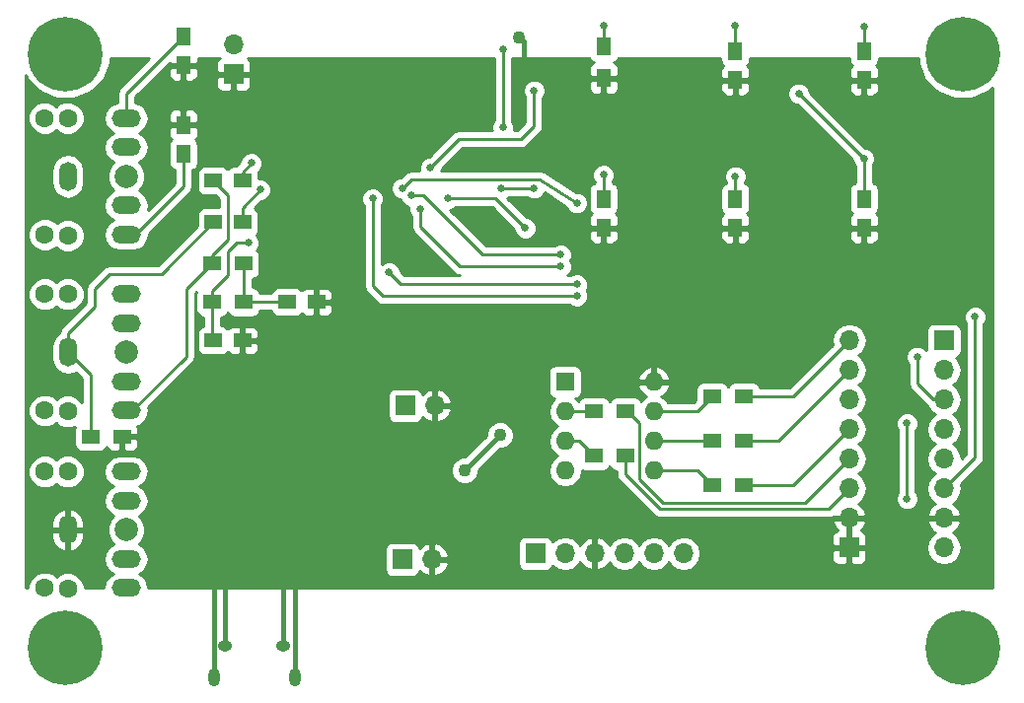
<source format=gbr>
G04 #@! TF.FileFunction,Copper,L2,Bot,Signal*
%FSLAX46Y46*%
G04 Gerber Fmt 4.6, Leading zero omitted, Abs format (unit mm)*
G04 Created by KiCad (PCBNEW 4.0.6) date Wednesday, April 11, 2018 'PMt' 08:09:55 PM*
%MOMM*%
%LPD*%
G01*
G04 APERTURE LIST*
%ADD10C,0.100000*%
%ADD11C,6.400000*%
%ADD12O,1.500000X2.500000*%
%ADD13O,2.500000X1.500000*%
%ADD14C,2.000000*%
%ADD15C,1.600000*%
%ADD16R,1.250000X1.500000*%
%ADD17R,1.500000X1.250000*%
%ADD18R,1.700000X1.700000*%
%ADD19O,1.700000X1.700000*%
%ADD20O,1.250000X0.950000*%
%ADD21O,1.000000X1.550000*%
%ADD22R,1.500000X1.300000*%
%ADD23R,1.300000X1.500000*%
%ADD24R,1.600000X1.600000*%
%ADD25O,1.600000X1.600000*%
%ADD26C,1.100000*%
%ADD27C,0.654000*%
%ADD28C,0.381000*%
%ADD29C,0.254000*%
G04 APERTURE END LIST*
D10*
D11*
X217000000Y-76000000D03*
D12*
X140208000Y-86487000D03*
D13*
X145208000Y-81487000D03*
X145208000Y-83987000D03*
X145208000Y-88987000D03*
X145208000Y-91487000D03*
D14*
X145208000Y-86487000D03*
D15*
X140208000Y-91567000D03*
X138208000Y-91487000D03*
X138208000Y-81487000D03*
X140208000Y-81487000D03*
D11*
X140000000Y-76000000D03*
X140000000Y-127000000D03*
D16*
X150114000Y-84562000D03*
X150114000Y-82062000D03*
D17*
X155174000Y-90424000D03*
X152674000Y-90424000D03*
X155174000Y-86868000D03*
X152674000Y-86868000D03*
D16*
X150114000Y-76942000D03*
X150114000Y-74442000D03*
D17*
X159024000Y-97282000D03*
X161524000Y-97282000D03*
X152674000Y-100584000D03*
X155174000Y-100584000D03*
D16*
X197485000Y-75712000D03*
X197485000Y-78212000D03*
X186182000Y-88412000D03*
X186182000Y-90912000D03*
X197485000Y-88412000D03*
X197485000Y-90912000D03*
X208534000Y-88412000D03*
X208534000Y-90912000D03*
X208534000Y-75712000D03*
X208534000Y-78212000D03*
D18*
X168910000Y-119380000D03*
D19*
X171450000Y-119380000D03*
D18*
X169164000Y-106172000D03*
D19*
X171704000Y-106172000D03*
D20*
X153710000Y-126793000D03*
X158710000Y-126793000D03*
D21*
X152710000Y-129493000D03*
X159710000Y-129493000D03*
D18*
X180340000Y-118872000D03*
D19*
X182880000Y-118872000D03*
X185420000Y-118872000D03*
X187960000Y-118872000D03*
X190500000Y-118872000D03*
X193040000Y-118872000D03*
D18*
X207264000Y-118364000D03*
D19*
X207264000Y-115824000D03*
X207264000Y-113284000D03*
X207264000Y-110744000D03*
X207264000Y-108204000D03*
X207264000Y-105664000D03*
X207264000Y-103124000D03*
X207264000Y-100584000D03*
D18*
X215392000Y-100584000D03*
D19*
X215392000Y-103124000D03*
X215392000Y-105664000D03*
X215392000Y-108204000D03*
X215392000Y-110744000D03*
X215392000Y-113284000D03*
X215392000Y-115824000D03*
X215392000Y-118364000D03*
D22*
X144860000Y-108839000D03*
X142160000Y-108839000D03*
X152574000Y-93980000D03*
X155274000Y-93980000D03*
X155274000Y-97282000D03*
X152574000Y-97282000D03*
X195500000Y-105410000D03*
X198200000Y-105410000D03*
X195500000Y-109220000D03*
X198200000Y-109220000D03*
X185340000Y-110490000D03*
X188040000Y-110490000D03*
X195500000Y-113030000D03*
X198200000Y-113030000D03*
X185340000Y-106680000D03*
X188040000Y-106680000D03*
D23*
X186182000Y-75358000D03*
X186182000Y-78058000D03*
D24*
X182880000Y-104140000D03*
D25*
X190500000Y-111760000D03*
X182880000Y-106680000D03*
X190500000Y-109220000D03*
X182880000Y-109220000D03*
X190500000Y-106680000D03*
X182880000Y-111760000D03*
X190500000Y-104140000D03*
D12*
X140208000Y-101600000D03*
D13*
X145208000Y-96600000D03*
X145208000Y-99100000D03*
X145208000Y-104100000D03*
X145208000Y-106600000D03*
D14*
X145208000Y-101600000D03*
D15*
X140208000Y-106680000D03*
X138208000Y-106600000D03*
X138208000Y-96600000D03*
X140208000Y-96600000D03*
D12*
X140208000Y-116840000D03*
D13*
X145208000Y-111840000D03*
X145208000Y-114340000D03*
X145208000Y-119340000D03*
X145208000Y-121840000D03*
D14*
X145208000Y-116840000D03*
D15*
X140208000Y-121920000D03*
X138208000Y-121840000D03*
X138208000Y-111840000D03*
X140208000Y-111840000D03*
D18*
X154432000Y-77724000D03*
D19*
X154432000Y-75184000D03*
D11*
X217000000Y-127000000D03*
D26*
X171450000Y-98425000D03*
X178943000Y-74549000D03*
X191770000Y-78867000D03*
X213614000Y-78994000D03*
X203073000Y-90932000D03*
X191770000Y-90932000D03*
X164084000Y-109728000D03*
X177292000Y-108712000D03*
X174244000Y-111760000D03*
D27*
X156718000Y-87630000D03*
X155956000Y-85344000D03*
X155702000Y-92202000D03*
X197485000Y-73533000D03*
X177546000Y-75565000D03*
X177546000Y-82296000D03*
X186182000Y-86360000D03*
X197485000Y-86487000D03*
X183896000Y-88773000D03*
X168910000Y-87503000D03*
X208534000Y-84963000D03*
X202946000Y-79375000D03*
X208534000Y-73660000D03*
X218059000Y-98552000D03*
X167767000Y-94742000D03*
X183896000Y-95758000D03*
X183896000Y-96774000D03*
X166370000Y-88392000D03*
X186182000Y-73533000D03*
X180213000Y-87503000D03*
X177419000Y-87503000D03*
X172847000Y-88392000D03*
X179451000Y-90932000D03*
X169672000Y-88138000D03*
X182499000Y-93218000D03*
X213106000Y-101981000D03*
X182499000Y-94234000D03*
X170434000Y-89281000D03*
X212217000Y-114173000D03*
X212217000Y-107696000D03*
X180213000Y-79121000D03*
X171323000Y-85725000D03*
D28*
X179324000Y-74930000D02*
X179324000Y-76962000D01*
X178943000Y-74549000D02*
X179324000Y-74930000D01*
X152710000Y-129493000D02*
X152710000Y-120706000D01*
X152710000Y-120706000D02*
X152654000Y-120650000D01*
X153710000Y-126793000D02*
X153710000Y-120690000D01*
X153710000Y-120690000D02*
X153670000Y-120650000D01*
X159710000Y-129493000D02*
X159710000Y-120721000D01*
X159710000Y-120721000D02*
X159639000Y-120650000D01*
X158710000Y-126793000D02*
X158710000Y-120690000D01*
X158710000Y-120690000D02*
X158750000Y-120650000D01*
X174244000Y-111760000D02*
X177292000Y-108712000D01*
D29*
X146003000Y-91487000D02*
X150114000Y-87376000D01*
X150114000Y-87376000D02*
X150114000Y-84562000D01*
X150054000Y-84502000D02*
X150114000Y-84562000D01*
X150054000Y-84502000D02*
X150114000Y-84562000D01*
X155174000Y-90424000D02*
X155174000Y-89174000D01*
X155174000Y-89174000D02*
X156718000Y-87630000D01*
X140208000Y-101600000D02*
X140208000Y-99949000D01*
X148229000Y-94869000D02*
X152674000Y-90424000D01*
X143764000Y-94869000D02*
X148229000Y-94869000D01*
X142494000Y-96139000D02*
X143764000Y-94869000D01*
X142494000Y-97663000D02*
X142494000Y-96139000D01*
X140208000Y-99949000D02*
X142494000Y-97663000D01*
X142160000Y-108839000D02*
X142160000Y-103552000D01*
X142160000Y-103552000D02*
X140208000Y-101600000D01*
X155174000Y-86868000D02*
X155174000Y-86126000D01*
X155174000Y-86126000D02*
X155956000Y-85344000D01*
X145208000Y-106600000D02*
X145749000Y-106600000D01*
X145749000Y-106600000D02*
X150368000Y-101981000D01*
X150368000Y-101981000D02*
X150368000Y-96186000D01*
X150368000Y-96186000D02*
X152574000Y-93980000D01*
X152574000Y-93980000D02*
X152574000Y-93298000D01*
X153924000Y-88118000D02*
X152674000Y-86868000D01*
X153924000Y-91948000D02*
X153924000Y-88118000D01*
X152574000Y-93298000D02*
X153924000Y-91948000D01*
X145208000Y-81487000D02*
X145208000Y-79348000D01*
X145208000Y-79348000D02*
X150114000Y-74442000D01*
X150054000Y-74502000D02*
X150114000Y-74442000D01*
X150054000Y-74502000D02*
X150114000Y-74442000D01*
X155274000Y-97282000D02*
X159024000Y-97282000D01*
X155274000Y-93980000D02*
X155274000Y-97282000D01*
X152574000Y-97282000D02*
X152574000Y-96346000D01*
X154686000Y-92202000D02*
X155702000Y-92202000D01*
X153924000Y-92964000D02*
X154686000Y-92202000D01*
X153924000Y-94996000D02*
X153924000Y-92964000D01*
X152574000Y-96346000D02*
X153924000Y-94996000D01*
X152574000Y-97282000D02*
X152574000Y-100484000D01*
X152574000Y-100484000D02*
X152674000Y-100584000D01*
X197485000Y-73533000D02*
X197485000Y-75712000D01*
X177546000Y-82296000D02*
X177546000Y-75565000D01*
X186182000Y-86360000D02*
X186182000Y-88412000D01*
X197485000Y-86487000D02*
X197485000Y-88412000D01*
X180721000Y-86741000D02*
X183896000Y-88773000D01*
X169672000Y-86741000D02*
X180721000Y-86741000D01*
X168910000Y-87503000D02*
X169672000Y-86741000D01*
X208534000Y-84963000D02*
X208534000Y-88412000D01*
X202946000Y-79375000D02*
X208534000Y-84963000D01*
X208534000Y-73660000D02*
X208534000Y-75712000D01*
X190500000Y-106680000D02*
X194230000Y-106680000D01*
X194230000Y-106680000D02*
X195500000Y-105410000D01*
X190500000Y-109220000D02*
X195500000Y-109220000D01*
X188040000Y-110490000D02*
X188040000Y-112050424D01*
X188040000Y-112050424D02*
X191051578Y-115062002D01*
X191051578Y-115062002D02*
X205485998Y-115062002D01*
X205485998Y-115062002D02*
X207264000Y-113284000D01*
X218059000Y-110617000D02*
X215392000Y-113284000D01*
X218059000Y-98552000D02*
X218059000Y-110617000D01*
X188214000Y-106680000D02*
X189230000Y-107696000D01*
X203454000Y-114554000D02*
X207264000Y-110744000D01*
X191262000Y-114554000D02*
X203454000Y-114554000D01*
X189230000Y-112522000D02*
X191262000Y-114554000D01*
X189230000Y-107696000D02*
X189230000Y-112522000D01*
X188040000Y-106680000D02*
X188214000Y-106680000D01*
X167767000Y-94742000D02*
X168783000Y-95758000D01*
X168783000Y-95758000D02*
X183896000Y-95758000D01*
X202438000Y-113030000D02*
X203200000Y-112268000D01*
X203200000Y-112268000D02*
X207264000Y-108204000D01*
X198200000Y-113030000D02*
X202438000Y-113030000D01*
X167259000Y-96774000D02*
X183896000Y-96774000D01*
X166370000Y-95885000D02*
X167259000Y-96774000D01*
X166370000Y-88392000D02*
X166370000Y-95885000D01*
X186182000Y-73533000D02*
X186182000Y-75358000D01*
X177419000Y-87503000D02*
X180213000Y-87503000D01*
X198200000Y-109220000D02*
X201168000Y-109220000D01*
X201168000Y-109220000D02*
X207264000Y-103124000D01*
X176911000Y-88392000D02*
X172847000Y-88392000D01*
X179451000Y-90932000D02*
X176911000Y-88392000D01*
X202438000Y-105410000D02*
X205232000Y-102616000D01*
X205232000Y-102616000D02*
X207264000Y-100584000D01*
X198200000Y-105410000D02*
X202438000Y-105410000D01*
X169672000Y-88138000D02*
X170688000Y-88138000D01*
X176276000Y-93218000D02*
X182499000Y-93218000D01*
X175768000Y-93218000D02*
X176276000Y-93218000D01*
X170688000Y-88138000D02*
X175768000Y-93218000D01*
X214503000Y-105664000D02*
X215392000Y-105664000D01*
X213106000Y-104267000D02*
X214503000Y-105664000D01*
X213106000Y-101981000D02*
X213106000Y-104267000D01*
X173863000Y-94234000D02*
X182499000Y-94234000D01*
X170434000Y-90805000D02*
X173863000Y-94234000D01*
X170434000Y-89281000D02*
X170434000Y-90805000D01*
X212217000Y-107696000D02*
X212217000Y-114173000D01*
X182880000Y-109220000D02*
X184070000Y-109220000D01*
X184070000Y-109220000D02*
X185340000Y-110490000D01*
X190500000Y-111760000D02*
X194230000Y-111760000D01*
X194230000Y-111760000D02*
X195500000Y-113030000D01*
X182880000Y-106680000D02*
X185340000Y-106680000D01*
X180213000Y-82169000D02*
X180213000Y-79121000D01*
X179070000Y-83312000D02*
X180213000Y-82169000D01*
X173736000Y-83312000D02*
X179070000Y-83312000D01*
X171323000Y-85725000D02*
X173736000Y-83312000D01*
G36*
X144669185Y-78809185D02*
X144504004Y-79056395D01*
X144446000Y-79348000D01*
X144446000Y-80146769D01*
X144141054Y-80207427D01*
X143691728Y-80507657D01*
X143391498Y-80956983D01*
X143286071Y-81487000D01*
X143391498Y-82017017D01*
X143691728Y-82466343D01*
X144096795Y-82737000D01*
X143691728Y-83007657D01*
X143391498Y-83456983D01*
X143286071Y-83987000D01*
X143391498Y-84517017D01*
X143691728Y-84966343D01*
X144126225Y-85256664D01*
X143822722Y-85559637D01*
X143573284Y-86160352D01*
X143572716Y-86810795D01*
X143821106Y-87411943D01*
X144126069Y-87717440D01*
X143691728Y-88007657D01*
X143391498Y-88456983D01*
X143286071Y-88987000D01*
X143391498Y-89517017D01*
X143691728Y-89966343D01*
X144096795Y-90237000D01*
X143691728Y-90507657D01*
X143391498Y-90956983D01*
X143286071Y-91487000D01*
X143391498Y-92017017D01*
X143691728Y-92466343D01*
X144141054Y-92766573D01*
X144671071Y-92872000D01*
X145744929Y-92872000D01*
X146274946Y-92766573D01*
X146724272Y-92466343D01*
X147024502Y-92017017D01*
X147129929Y-91487000D01*
X147121750Y-91445880D01*
X150652815Y-87914815D01*
X150693995Y-87853185D01*
X150817996Y-87667605D01*
X150876000Y-87376000D01*
X150876000Y-85933662D01*
X150974317Y-85915162D01*
X151190441Y-85776090D01*
X151335431Y-85563890D01*
X151386440Y-85312000D01*
X151386440Y-83812000D01*
X151342162Y-83576683D01*
X151203090Y-83360559D01*
X151134994Y-83314031D01*
X151277327Y-83171698D01*
X151374000Y-82938309D01*
X151374000Y-82347750D01*
X151215250Y-82189000D01*
X150241000Y-82189000D01*
X150241000Y-82209000D01*
X149987000Y-82209000D01*
X149987000Y-82189000D01*
X149012750Y-82189000D01*
X148854000Y-82347750D01*
X148854000Y-82938309D01*
X148950673Y-83171698D01*
X149091910Y-83312936D01*
X149037559Y-83347910D01*
X148892569Y-83560110D01*
X148841560Y-83812000D01*
X148841560Y-85312000D01*
X148885838Y-85547317D01*
X149024910Y-85763441D01*
X149237110Y-85908431D01*
X149352000Y-85931697D01*
X149352000Y-87060370D01*
X147056570Y-89355800D01*
X147129929Y-88987000D01*
X147024502Y-88456983D01*
X146724272Y-88007657D01*
X146289775Y-87717336D01*
X146593278Y-87414363D01*
X146842716Y-86813648D01*
X146843284Y-86163205D01*
X146594894Y-85562057D01*
X146289931Y-85256560D01*
X146724272Y-84966343D01*
X147024502Y-84517017D01*
X147129929Y-83987000D01*
X147024502Y-83456983D01*
X146724272Y-83007657D01*
X146319205Y-82737000D01*
X146724272Y-82466343D01*
X147024502Y-82017017D01*
X147129929Y-81487000D01*
X147069995Y-81185691D01*
X148854000Y-81185691D01*
X148854000Y-81776250D01*
X149012750Y-81935000D01*
X149987000Y-81935000D01*
X149987000Y-80835750D01*
X150241000Y-80835750D01*
X150241000Y-81935000D01*
X151215250Y-81935000D01*
X151374000Y-81776250D01*
X151374000Y-81185691D01*
X151277327Y-80952302D01*
X151098699Y-80773673D01*
X150865310Y-80677000D01*
X150399750Y-80677000D01*
X150241000Y-80835750D01*
X149987000Y-80835750D01*
X149828250Y-80677000D01*
X149362690Y-80677000D01*
X149129301Y-80773673D01*
X148950673Y-80952302D01*
X148854000Y-81185691D01*
X147069995Y-81185691D01*
X147024502Y-80956983D01*
X146724272Y-80507657D01*
X146274946Y-80207427D01*
X145970000Y-80146769D01*
X145970000Y-79663630D01*
X148405880Y-77227750D01*
X148854000Y-77227750D01*
X148854000Y-77818309D01*
X148950673Y-78051698D01*
X149129301Y-78230327D01*
X149362690Y-78327000D01*
X149828250Y-78327000D01*
X149987000Y-78168250D01*
X149987000Y-77069000D01*
X150241000Y-77069000D01*
X150241000Y-78168250D01*
X150399750Y-78327000D01*
X150865310Y-78327000D01*
X151098699Y-78230327D01*
X151277327Y-78051698D01*
X151294702Y-78009750D01*
X152947000Y-78009750D01*
X152947000Y-78700310D01*
X153043673Y-78933699D01*
X153222302Y-79112327D01*
X153455691Y-79209000D01*
X154146250Y-79209000D01*
X154305000Y-79050250D01*
X154305000Y-77851000D01*
X154559000Y-77851000D01*
X154559000Y-79050250D01*
X154717750Y-79209000D01*
X155408309Y-79209000D01*
X155641698Y-79112327D01*
X155820327Y-78933699D01*
X155917000Y-78700310D01*
X155917000Y-78009750D01*
X155758250Y-77851000D01*
X154559000Y-77851000D01*
X154305000Y-77851000D01*
X153105750Y-77851000D01*
X152947000Y-78009750D01*
X151294702Y-78009750D01*
X151374000Y-77818309D01*
X151374000Y-77227750D01*
X151215250Y-77069000D01*
X150241000Y-77069000D01*
X149987000Y-77069000D01*
X149012750Y-77069000D01*
X148854000Y-77227750D01*
X148405880Y-77227750D01*
X148915690Y-76717940D01*
X149012750Y-76815000D01*
X149987000Y-76815000D01*
X149987000Y-76795000D01*
X150241000Y-76795000D01*
X150241000Y-76815000D01*
X151215250Y-76815000D01*
X151374000Y-76656250D01*
X151374000Y-76327000D01*
X153243240Y-76327000D01*
X153222302Y-76335673D01*
X153043673Y-76514301D01*
X152947000Y-76747690D01*
X152947000Y-77438250D01*
X153105750Y-77597000D01*
X154305000Y-77597000D01*
X154305000Y-77577000D01*
X154559000Y-77577000D01*
X154559000Y-77597000D01*
X155758250Y-77597000D01*
X155917000Y-77438250D01*
X155917000Y-76747690D01*
X155820327Y-76514301D01*
X155641698Y-76335673D01*
X155620760Y-76327000D01*
X176784000Y-76327000D01*
X176784000Y-81697383D01*
X176730931Y-81750359D01*
X176584167Y-82103807D01*
X176583833Y-82486514D01*
X176610065Y-82550000D01*
X173736000Y-82550000D01*
X173444395Y-82608004D01*
X173197184Y-82773185D01*
X171207471Y-84762898D01*
X171132486Y-84762833D01*
X170778783Y-84908980D01*
X170507931Y-85179359D01*
X170361167Y-85532807D01*
X170360833Y-85915514D01*
X170387065Y-85979000D01*
X169672000Y-85979000D01*
X169380395Y-86037004D01*
X169287329Y-86099189D01*
X169133185Y-86202184D01*
X168794471Y-86540898D01*
X168719486Y-86540833D01*
X168365783Y-86686980D01*
X168094931Y-86957359D01*
X167948167Y-87310807D01*
X167947833Y-87693514D01*
X168093980Y-88047217D01*
X168364359Y-88318069D01*
X168717807Y-88464833D01*
X168766176Y-88464875D01*
X168855980Y-88682217D01*
X169126359Y-88953069D01*
X169472160Y-89096658D01*
X169471833Y-89471514D01*
X169617980Y-89825217D01*
X169672000Y-89879332D01*
X169672000Y-90805000D01*
X169730004Y-91096605D01*
X169828493Y-91244004D01*
X169895185Y-91343815D01*
X173324184Y-94772815D01*
X173563191Y-94932514D01*
X173571395Y-94937996D01*
X173863000Y-94996000D01*
X169098630Y-94996000D01*
X168729102Y-94626472D01*
X168729167Y-94551486D01*
X168583020Y-94197783D01*
X168312641Y-93926931D01*
X167959193Y-93780167D01*
X167576486Y-93779833D01*
X167222783Y-93925980D01*
X167132000Y-94016604D01*
X167132000Y-88990617D01*
X167185069Y-88937641D01*
X167331833Y-88584193D01*
X167332167Y-88201486D01*
X167186020Y-87847783D01*
X166915641Y-87576931D01*
X166562193Y-87430167D01*
X166179486Y-87429833D01*
X165825783Y-87575980D01*
X165554931Y-87846359D01*
X165408167Y-88199807D01*
X165407833Y-88582514D01*
X165553980Y-88936217D01*
X165608000Y-88990332D01*
X165608000Y-95885000D01*
X165666004Y-96176605D01*
X165746326Y-96296815D01*
X165831185Y-96423815D01*
X166720185Y-97312815D01*
X166967395Y-97477996D01*
X167259000Y-97536000D01*
X183297383Y-97536000D01*
X183350359Y-97589069D01*
X183703807Y-97735833D01*
X184086514Y-97736167D01*
X184440217Y-97590020D01*
X184711069Y-97319641D01*
X184857833Y-96966193D01*
X184858167Y-96583486D01*
X184726842Y-96265655D01*
X184857833Y-95950193D01*
X184858167Y-95567486D01*
X184712020Y-95213783D01*
X184441641Y-94942931D01*
X184088193Y-94796167D01*
X183705486Y-94795833D01*
X183351783Y-94941980D01*
X183297668Y-94996000D01*
X183097332Y-94996000D01*
X183314069Y-94779641D01*
X183460833Y-94426193D01*
X183461167Y-94043486D01*
X183329842Y-93725655D01*
X183460833Y-93410193D01*
X183461167Y-93027486D01*
X183315020Y-92673783D01*
X183044641Y-92402931D01*
X182691193Y-92256167D01*
X182308486Y-92255833D01*
X181954783Y-92401980D01*
X181900668Y-92456000D01*
X176083630Y-92456000D01*
X172981748Y-89354118D01*
X173037514Y-89354167D01*
X173391217Y-89208020D01*
X173445332Y-89154000D01*
X176595370Y-89154000D01*
X178488898Y-91047529D01*
X178488833Y-91122514D01*
X178634980Y-91476217D01*
X178905359Y-91747069D01*
X179258807Y-91893833D01*
X179641514Y-91894167D01*
X179995217Y-91748020D01*
X180266069Y-91477641D01*
X180382289Y-91197750D01*
X184922000Y-91197750D01*
X184922000Y-91788309D01*
X185018673Y-92021698D01*
X185197301Y-92200327D01*
X185430690Y-92297000D01*
X185896250Y-92297000D01*
X186055000Y-92138250D01*
X186055000Y-91039000D01*
X186309000Y-91039000D01*
X186309000Y-92138250D01*
X186467750Y-92297000D01*
X186933310Y-92297000D01*
X187166699Y-92200327D01*
X187345327Y-92021698D01*
X187442000Y-91788309D01*
X187442000Y-91197750D01*
X196225000Y-91197750D01*
X196225000Y-91788309D01*
X196321673Y-92021698D01*
X196500301Y-92200327D01*
X196733690Y-92297000D01*
X197199250Y-92297000D01*
X197358000Y-92138250D01*
X197358000Y-91039000D01*
X197612000Y-91039000D01*
X197612000Y-92138250D01*
X197770750Y-92297000D01*
X198236310Y-92297000D01*
X198469699Y-92200327D01*
X198648327Y-92021698D01*
X198745000Y-91788309D01*
X198745000Y-91197750D01*
X207274000Y-91197750D01*
X207274000Y-91788309D01*
X207370673Y-92021698D01*
X207549301Y-92200327D01*
X207782690Y-92297000D01*
X208248250Y-92297000D01*
X208407000Y-92138250D01*
X208407000Y-91039000D01*
X208661000Y-91039000D01*
X208661000Y-92138250D01*
X208819750Y-92297000D01*
X209285310Y-92297000D01*
X209518699Y-92200327D01*
X209697327Y-92021698D01*
X209794000Y-91788309D01*
X209794000Y-91197750D01*
X209635250Y-91039000D01*
X208661000Y-91039000D01*
X208407000Y-91039000D01*
X207432750Y-91039000D01*
X207274000Y-91197750D01*
X198745000Y-91197750D01*
X198586250Y-91039000D01*
X197612000Y-91039000D01*
X197358000Y-91039000D01*
X196383750Y-91039000D01*
X196225000Y-91197750D01*
X187442000Y-91197750D01*
X187283250Y-91039000D01*
X186309000Y-91039000D01*
X186055000Y-91039000D01*
X185080750Y-91039000D01*
X184922000Y-91197750D01*
X180382289Y-91197750D01*
X180412833Y-91124193D01*
X180413167Y-90741486D01*
X180267020Y-90387783D01*
X179996641Y-90116931D01*
X179643193Y-89970167D01*
X179566731Y-89970100D01*
X177929558Y-88332928D01*
X177963217Y-88319020D01*
X178017332Y-88265000D01*
X179614383Y-88265000D01*
X179667359Y-88318069D01*
X180020807Y-88464833D01*
X180403514Y-88465167D01*
X180757217Y-88319020D01*
X181028069Y-88048641D01*
X181095786Y-87885560D01*
X182989106Y-89097284D01*
X183079980Y-89317217D01*
X183350359Y-89588069D01*
X183703807Y-89734833D01*
X184086514Y-89735167D01*
X184440217Y-89589020D01*
X184711069Y-89318641D01*
X184857833Y-88965193D01*
X184858167Y-88582486D01*
X184712020Y-88228783D01*
X184441641Y-87957931D01*
X184088193Y-87811167D01*
X183806340Y-87810921D01*
X183573651Y-87662000D01*
X184909560Y-87662000D01*
X184909560Y-89162000D01*
X184953838Y-89397317D01*
X185092910Y-89613441D01*
X185161006Y-89659969D01*
X185018673Y-89802302D01*
X184922000Y-90035691D01*
X184922000Y-90626250D01*
X185080750Y-90785000D01*
X186055000Y-90785000D01*
X186055000Y-90765000D01*
X186309000Y-90765000D01*
X186309000Y-90785000D01*
X187283250Y-90785000D01*
X187442000Y-90626250D01*
X187442000Y-90035691D01*
X187345327Y-89802302D01*
X187204090Y-89661064D01*
X187258441Y-89626090D01*
X187403431Y-89413890D01*
X187454440Y-89162000D01*
X187454440Y-87662000D01*
X196212560Y-87662000D01*
X196212560Y-89162000D01*
X196256838Y-89397317D01*
X196395910Y-89613441D01*
X196464006Y-89659969D01*
X196321673Y-89802302D01*
X196225000Y-90035691D01*
X196225000Y-90626250D01*
X196383750Y-90785000D01*
X197358000Y-90785000D01*
X197358000Y-90765000D01*
X197612000Y-90765000D01*
X197612000Y-90785000D01*
X198586250Y-90785000D01*
X198745000Y-90626250D01*
X198745000Y-90035691D01*
X198648327Y-89802302D01*
X198507090Y-89661064D01*
X198561441Y-89626090D01*
X198706431Y-89413890D01*
X198757440Y-89162000D01*
X198757440Y-87662000D01*
X198713162Y-87426683D01*
X198574090Y-87210559D01*
X198361890Y-87065569D01*
X198283072Y-87049608D01*
X198300069Y-87032641D01*
X198446833Y-86679193D01*
X198447167Y-86296486D01*
X198301020Y-85942783D01*
X198030641Y-85671931D01*
X197677193Y-85525167D01*
X197294486Y-85524833D01*
X196940783Y-85670980D01*
X196669931Y-85941359D01*
X196523167Y-86294807D01*
X196522833Y-86677514D01*
X196668980Y-87031217D01*
X196685188Y-87047453D01*
X196624683Y-87058838D01*
X196408559Y-87197910D01*
X196263569Y-87410110D01*
X196212560Y-87662000D01*
X187454440Y-87662000D01*
X187410162Y-87426683D01*
X187271090Y-87210559D01*
X187058890Y-87065569D01*
X186944000Y-87042303D01*
X186944000Y-86958617D01*
X186997069Y-86905641D01*
X187143833Y-86552193D01*
X187144167Y-86169486D01*
X186998020Y-85815783D01*
X186727641Y-85544931D01*
X186374193Y-85398167D01*
X185991486Y-85397833D01*
X185637783Y-85543980D01*
X185366931Y-85814359D01*
X185220167Y-86167807D01*
X185219833Y-86550514D01*
X185365980Y-86904217D01*
X185420000Y-86958332D01*
X185420000Y-87040338D01*
X185321683Y-87058838D01*
X185105559Y-87197910D01*
X184960569Y-87410110D01*
X184909560Y-87662000D01*
X183573651Y-87662000D01*
X181131759Y-86099189D01*
X181068809Y-86074558D01*
X181012605Y-86037004D01*
X180931699Y-86020911D01*
X180854881Y-85990854D01*
X180787300Y-85992188D01*
X180721000Y-85979000D01*
X172259169Y-85979000D01*
X172284833Y-85917193D01*
X172284900Y-85840730D01*
X174051631Y-84074000D01*
X179070000Y-84074000D01*
X179361605Y-84015996D01*
X179608815Y-83850815D01*
X180751815Y-82707815D01*
X180916996Y-82460605D01*
X180939444Y-82347750D01*
X180975000Y-82169000D01*
X180975000Y-79719617D01*
X181028069Y-79666641D01*
X181174833Y-79313193D01*
X181175167Y-78930486D01*
X181029020Y-78576783D01*
X180796394Y-78343750D01*
X184897000Y-78343750D01*
X184897000Y-78934309D01*
X184993673Y-79167698D01*
X185172301Y-79346327D01*
X185405690Y-79443000D01*
X185896250Y-79443000D01*
X186055000Y-79284250D01*
X186055000Y-78185000D01*
X186309000Y-78185000D01*
X186309000Y-79284250D01*
X186467750Y-79443000D01*
X186958310Y-79443000D01*
X187191699Y-79346327D01*
X187370327Y-79167698D01*
X187467000Y-78934309D01*
X187467000Y-78497750D01*
X196225000Y-78497750D01*
X196225000Y-79088309D01*
X196321673Y-79321698D01*
X196500301Y-79500327D01*
X196733690Y-79597000D01*
X197199250Y-79597000D01*
X197358000Y-79438250D01*
X197358000Y-78339000D01*
X197612000Y-78339000D01*
X197612000Y-79438250D01*
X197770750Y-79597000D01*
X198236310Y-79597000D01*
X198312323Y-79565514D01*
X201983833Y-79565514D01*
X202129980Y-79919217D01*
X202400359Y-80190069D01*
X202753807Y-80336833D01*
X202830270Y-80336900D01*
X207571898Y-85078529D01*
X207571833Y-85153514D01*
X207717980Y-85507217D01*
X207772000Y-85561332D01*
X207772000Y-87040338D01*
X207673683Y-87058838D01*
X207457559Y-87197910D01*
X207312569Y-87410110D01*
X207261560Y-87662000D01*
X207261560Y-89162000D01*
X207305838Y-89397317D01*
X207444910Y-89613441D01*
X207513006Y-89659969D01*
X207370673Y-89802302D01*
X207274000Y-90035691D01*
X207274000Y-90626250D01*
X207432750Y-90785000D01*
X208407000Y-90785000D01*
X208407000Y-90765000D01*
X208661000Y-90765000D01*
X208661000Y-90785000D01*
X209635250Y-90785000D01*
X209794000Y-90626250D01*
X209794000Y-90035691D01*
X209697327Y-89802302D01*
X209556090Y-89661064D01*
X209610441Y-89626090D01*
X209755431Y-89413890D01*
X209806440Y-89162000D01*
X209806440Y-87662000D01*
X209762162Y-87426683D01*
X209623090Y-87210559D01*
X209410890Y-87065569D01*
X209296000Y-87042303D01*
X209296000Y-85561617D01*
X209349069Y-85508641D01*
X209495833Y-85155193D01*
X209496167Y-84772486D01*
X209350020Y-84418783D01*
X209079641Y-84147931D01*
X208726193Y-84001167D01*
X208649731Y-84001100D01*
X203908102Y-79259471D01*
X203908167Y-79184486D01*
X203762020Y-78830783D01*
X203491641Y-78559931D01*
X203341893Y-78497750D01*
X207274000Y-78497750D01*
X207274000Y-79088309D01*
X207370673Y-79321698D01*
X207549301Y-79500327D01*
X207782690Y-79597000D01*
X208248250Y-79597000D01*
X208407000Y-79438250D01*
X208407000Y-78339000D01*
X208661000Y-78339000D01*
X208661000Y-79438250D01*
X208819750Y-79597000D01*
X209285310Y-79597000D01*
X209518699Y-79500327D01*
X209697327Y-79321698D01*
X209794000Y-79088309D01*
X209794000Y-78497750D01*
X209635250Y-78339000D01*
X208661000Y-78339000D01*
X208407000Y-78339000D01*
X207432750Y-78339000D01*
X207274000Y-78497750D01*
X203341893Y-78497750D01*
X203138193Y-78413167D01*
X202755486Y-78412833D01*
X202401783Y-78558980D01*
X202130931Y-78829359D01*
X201984167Y-79182807D01*
X201983833Y-79565514D01*
X198312323Y-79565514D01*
X198469699Y-79500327D01*
X198648327Y-79321698D01*
X198745000Y-79088309D01*
X198745000Y-78497750D01*
X198586250Y-78339000D01*
X197612000Y-78339000D01*
X197358000Y-78339000D01*
X196383750Y-78339000D01*
X196225000Y-78497750D01*
X187467000Y-78497750D01*
X187467000Y-78343750D01*
X187308250Y-78185000D01*
X186309000Y-78185000D01*
X186055000Y-78185000D01*
X185055750Y-78185000D01*
X184897000Y-78343750D01*
X180796394Y-78343750D01*
X180758641Y-78305931D01*
X180405193Y-78159167D01*
X180022486Y-78158833D01*
X179668783Y-78304980D01*
X179397931Y-78575359D01*
X179251167Y-78928807D01*
X179250833Y-79311514D01*
X179396980Y-79665217D01*
X179451000Y-79719332D01*
X179451000Y-81853370D01*
X178754370Y-82550000D01*
X178482169Y-82550000D01*
X178507833Y-82488193D01*
X178508167Y-82105486D01*
X178362020Y-81751783D01*
X178308000Y-81697668D01*
X178308000Y-76327000D01*
X184925768Y-76327000D01*
X184928838Y-76343317D01*
X185067910Y-76559441D01*
X185280110Y-76704431D01*
X185313490Y-76711191D01*
X185172301Y-76769673D01*
X184993673Y-76948302D01*
X184897000Y-77181691D01*
X184897000Y-77772250D01*
X185055750Y-77931000D01*
X186055000Y-77931000D01*
X186055000Y-77911000D01*
X186309000Y-77911000D01*
X186309000Y-77931000D01*
X187308250Y-77931000D01*
X187467000Y-77772250D01*
X187467000Y-77181691D01*
X187370327Y-76948302D01*
X187191699Y-76769673D01*
X187055713Y-76713346D01*
X187067317Y-76711162D01*
X187283441Y-76572090D01*
X187428431Y-76359890D01*
X187435091Y-76327000D01*
X196212560Y-76327000D01*
X196212560Y-76462000D01*
X196256838Y-76697317D01*
X196395910Y-76913441D01*
X196464006Y-76959969D01*
X196321673Y-77102302D01*
X196225000Y-77335691D01*
X196225000Y-77926250D01*
X196383750Y-78085000D01*
X197358000Y-78085000D01*
X197358000Y-78065000D01*
X197612000Y-78065000D01*
X197612000Y-78085000D01*
X198586250Y-78085000D01*
X198745000Y-77926250D01*
X198745000Y-77335691D01*
X198648327Y-77102302D01*
X198507090Y-76961064D01*
X198561441Y-76926090D01*
X198706431Y-76713890D01*
X198757440Y-76462000D01*
X198757440Y-76327000D01*
X207261560Y-76327000D01*
X207261560Y-76462000D01*
X207305838Y-76697317D01*
X207444910Y-76913441D01*
X207513006Y-76959969D01*
X207370673Y-77102302D01*
X207274000Y-77335691D01*
X207274000Y-77926250D01*
X207432750Y-78085000D01*
X208407000Y-78085000D01*
X208407000Y-78065000D01*
X208661000Y-78065000D01*
X208661000Y-78085000D01*
X209635250Y-78085000D01*
X209794000Y-77926250D01*
X209794000Y-77335691D01*
X209697327Y-77102302D01*
X209556090Y-76961064D01*
X209610441Y-76926090D01*
X209755431Y-76713890D01*
X209806440Y-76462000D01*
X209806440Y-76327000D01*
X213164713Y-76327000D01*
X213164336Y-76759482D01*
X213746950Y-78169515D01*
X214824811Y-79249259D01*
X216233825Y-79834333D01*
X217759482Y-79835664D01*
X219169515Y-79253050D01*
X219583000Y-78840286D01*
X219583000Y-121793000D01*
X147120580Y-121793000D01*
X147024502Y-121309983D01*
X146724272Y-120860657D01*
X146319205Y-120590000D01*
X146724272Y-120319343D01*
X147024502Y-119870017D01*
X147129929Y-119340000D01*
X147024502Y-118809983D01*
X146837424Y-118530000D01*
X167412560Y-118530000D01*
X167412560Y-120230000D01*
X167456838Y-120465317D01*
X167595910Y-120681441D01*
X167808110Y-120826431D01*
X168060000Y-120877440D01*
X169760000Y-120877440D01*
X169995317Y-120833162D01*
X170211441Y-120694090D01*
X170356431Y-120481890D01*
X170378301Y-120373893D01*
X170683076Y-120651645D01*
X171093110Y-120821476D01*
X171323000Y-120700155D01*
X171323000Y-119507000D01*
X171577000Y-119507000D01*
X171577000Y-120700155D01*
X171806890Y-120821476D01*
X172216924Y-120651645D01*
X172645183Y-120261358D01*
X172891486Y-119736892D01*
X172770819Y-119507000D01*
X171577000Y-119507000D01*
X171323000Y-119507000D01*
X171303000Y-119507000D01*
X171303000Y-119253000D01*
X171323000Y-119253000D01*
X171323000Y-118059845D01*
X171577000Y-118059845D01*
X171577000Y-119253000D01*
X172770819Y-119253000D01*
X172891486Y-119023108D01*
X172645183Y-118498642D01*
X172216924Y-118108355D01*
X172008432Y-118022000D01*
X178842560Y-118022000D01*
X178842560Y-119722000D01*
X178886838Y-119957317D01*
X179025910Y-120173441D01*
X179238110Y-120318431D01*
X179490000Y-120369440D01*
X181190000Y-120369440D01*
X181425317Y-120325162D01*
X181641441Y-120186090D01*
X181786431Y-119973890D01*
X181800086Y-119906459D01*
X181829946Y-119951147D01*
X182311715Y-120273054D01*
X182880000Y-120386093D01*
X183448285Y-120273054D01*
X183930054Y-119951147D01*
X184157702Y-119610447D01*
X184224817Y-119753358D01*
X184653076Y-120143645D01*
X185063110Y-120313476D01*
X185293000Y-120192155D01*
X185293000Y-118999000D01*
X185273000Y-118999000D01*
X185273000Y-118745000D01*
X185293000Y-118745000D01*
X185293000Y-117551845D01*
X185547000Y-117551845D01*
X185547000Y-118745000D01*
X185567000Y-118745000D01*
X185567000Y-118999000D01*
X185547000Y-118999000D01*
X185547000Y-120192155D01*
X185776890Y-120313476D01*
X186186924Y-120143645D01*
X186615183Y-119753358D01*
X186682298Y-119610447D01*
X186909946Y-119951147D01*
X187391715Y-120273054D01*
X187960000Y-120386093D01*
X188528285Y-120273054D01*
X189010054Y-119951147D01*
X189230000Y-119621974D01*
X189449946Y-119951147D01*
X189931715Y-120273054D01*
X190500000Y-120386093D01*
X191068285Y-120273054D01*
X191550054Y-119951147D01*
X191770000Y-119621974D01*
X191989946Y-119951147D01*
X192471715Y-120273054D01*
X193040000Y-120386093D01*
X193608285Y-120273054D01*
X194090054Y-119951147D01*
X194411961Y-119469378D01*
X194525000Y-118901093D01*
X194525000Y-118842907D01*
X194486579Y-118649750D01*
X205779000Y-118649750D01*
X205779000Y-119340310D01*
X205875673Y-119573699D01*
X206054302Y-119752327D01*
X206287691Y-119849000D01*
X206978250Y-119849000D01*
X207137000Y-119690250D01*
X207137000Y-118491000D01*
X207391000Y-118491000D01*
X207391000Y-119690250D01*
X207549750Y-119849000D01*
X208240309Y-119849000D01*
X208473698Y-119752327D01*
X208652327Y-119573699D01*
X208749000Y-119340310D01*
X208749000Y-118649750D01*
X208590250Y-118491000D01*
X207391000Y-118491000D01*
X207137000Y-118491000D01*
X205937750Y-118491000D01*
X205779000Y-118649750D01*
X194486579Y-118649750D01*
X194429740Y-118364000D01*
X213877907Y-118364000D01*
X213990946Y-118932285D01*
X214312853Y-119414054D01*
X214794622Y-119735961D01*
X215362907Y-119849000D01*
X215421093Y-119849000D01*
X215989378Y-119735961D01*
X216471147Y-119414054D01*
X216793054Y-118932285D01*
X216906093Y-118364000D01*
X216793054Y-117795715D01*
X216471147Y-117313946D01*
X216130447Y-117086298D01*
X216273358Y-117019183D01*
X216663645Y-116590924D01*
X216833476Y-116180890D01*
X216712155Y-115951000D01*
X215519000Y-115951000D01*
X215519000Y-115971000D01*
X215265000Y-115971000D01*
X215265000Y-115951000D01*
X214071845Y-115951000D01*
X213950524Y-116180890D01*
X214120355Y-116590924D01*
X214510642Y-117019183D01*
X214653553Y-117086298D01*
X214312853Y-117313946D01*
X213990946Y-117795715D01*
X213877907Y-118364000D01*
X194429740Y-118364000D01*
X194411961Y-118274622D01*
X194090054Y-117792853D01*
X193608285Y-117470946D01*
X193189730Y-117387690D01*
X205779000Y-117387690D01*
X205779000Y-118078250D01*
X205937750Y-118237000D01*
X207137000Y-118237000D01*
X207137000Y-115951000D01*
X207391000Y-115951000D01*
X207391000Y-118237000D01*
X208590250Y-118237000D01*
X208749000Y-118078250D01*
X208749000Y-117387690D01*
X208652327Y-117154301D01*
X208473698Y-116975673D01*
X208264122Y-116888864D01*
X208535645Y-116590924D01*
X208705476Y-116180890D01*
X208584155Y-115951000D01*
X207391000Y-115951000D01*
X207137000Y-115951000D01*
X205943845Y-115951000D01*
X205822524Y-116180890D01*
X205992355Y-116590924D01*
X206263878Y-116888864D01*
X206054302Y-116975673D01*
X205875673Y-117154301D01*
X205779000Y-117387690D01*
X193189730Y-117387690D01*
X193040000Y-117357907D01*
X192471715Y-117470946D01*
X191989946Y-117792853D01*
X191770000Y-118122026D01*
X191550054Y-117792853D01*
X191068285Y-117470946D01*
X190500000Y-117357907D01*
X189931715Y-117470946D01*
X189449946Y-117792853D01*
X189230000Y-118122026D01*
X189010054Y-117792853D01*
X188528285Y-117470946D01*
X187960000Y-117357907D01*
X187391715Y-117470946D01*
X186909946Y-117792853D01*
X186682298Y-118133553D01*
X186615183Y-117990642D01*
X186186924Y-117600355D01*
X185776890Y-117430524D01*
X185547000Y-117551845D01*
X185293000Y-117551845D01*
X185063110Y-117430524D01*
X184653076Y-117600355D01*
X184224817Y-117990642D01*
X184157702Y-118133553D01*
X183930054Y-117792853D01*
X183448285Y-117470946D01*
X182880000Y-117357907D01*
X182311715Y-117470946D01*
X181829946Y-117792853D01*
X181802150Y-117834452D01*
X181793162Y-117786683D01*
X181654090Y-117570559D01*
X181441890Y-117425569D01*
X181190000Y-117374560D01*
X179490000Y-117374560D01*
X179254683Y-117418838D01*
X179038559Y-117557910D01*
X178893569Y-117770110D01*
X178842560Y-118022000D01*
X172008432Y-118022000D01*
X171806890Y-117938524D01*
X171577000Y-118059845D01*
X171323000Y-118059845D01*
X171093110Y-117938524D01*
X170683076Y-118108355D01*
X170380063Y-118384501D01*
X170363162Y-118294683D01*
X170224090Y-118078559D01*
X170011890Y-117933569D01*
X169760000Y-117882560D01*
X168060000Y-117882560D01*
X167824683Y-117926838D01*
X167608559Y-118065910D01*
X167463569Y-118278110D01*
X167412560Y-118530000D01*
X146837424Y-118530000D01*
X146724272Y-118360657D01*
X146289775Y-118070336D01*
X146593278Y-117767363D01*
X146842716Y-117166648D01*
X146843284Y-116516205D01*
X146594894Y-115915057D01*
X146289931Y-115609560D01*
X146724272Y-115319343D01*
X147024502Y-114870017D01*
X147129929Y-114340000D01*
X147024502Y-113809983D01*
X146724272Y-113360657D01*
X146319205Y-113090000D01*
X146724272Y-112819343D01*
X147024502Y-112370017D01*
X147099161Y-111994677D01*
X173058794Y-111994677D01*
X173238820Y-112430372D01*
X173571875Y-112764009D01*
X174007255Y-112944794D01*
X174478677Y-112945206D01*
X174914372Y-112765180D01*
X175248009Y-112432125D01*
X175428794Y-111996745D01*
X175429016Y-111742418D01*
X177274448Y-109896986D01*
X177526677Y-109897206D01*
X177962372Y-109717180D01*
X178296009Y-109384125D01*
X178476794Y-108948745D01*
X178477206Y-108477323D01*
X178297180Y-108041628D01*
X177964125Y-107707991D01*
X177528745Y-107527206D01*
X177057323Y-107526794D01*
X176621628Y-107706820D01*
X176287991Y-108039875D01*
X176107206Y-108475255D01*
X176106984Y-108729582D01*
X174261552Y-110575014D01*
X174009323Y-110574794D01*
X173573628Y-110754820D01*
X173239991Y-111087875D01*
X173059206Y-111523255D01*
X173058794Y-111994677D01*
X147099161Y-111994677D01*
X147129929Y-111840000D01*
X147024502Y-111309983D01*
X146724272Y-110860657D01*
X146274946Y-110560427D01*
X145744929Y-110455000D01*
X144671071Y-110455000D01*
X144141054Y-110560427D01*
X143691728Y-110860657D01*
X143391498Y-111309983D01*
X143286071Y-111840000D01*
X143391498Y-112370017D01*
X143691728Y-112819343D01*
X144096795Y-113090000D01*
X143691728Y-113360657D01*
X143391498Y-113809983D01*
X143286071Y-114340000D01*
X143391498Y-114870017D01*
X143691728Y-115319343D01*
X144126225Y-115609664D01*
X143822722Y-115912637D01*
X143573284Y-116513352D01*
X143572716Y-117163795D01*
X143821106Y-117764943D01*
X144126069Y-118070440D01*
X143691728Y-118360657D01*
X143391498Y-118809983D01*
X143286071Y-119340000D01*
X143391498Y-119870017D01*
X143691728Y-120319343D01*
X144096795Y-120590000D01*
X143691728Y-120860657D01*
X143391498Y-121309983D01*
X143295420Y-121793000D01*
X141643111Y-121793000D01*
X141643248Y-121635813D01*
X141425243Y-121108200D01*
X141021923Y-120704176D01*
X140494691Y-120485250D01*
X139923813Y-120484752D01*
X139396200Y-120702757D01*
X139248026Y-120850673D01*
X139021923Y-120624176D01*
X138494691Y-120405250D01*
X137923813Y-120404752D01*
X137396200Y-120622757D01*
X136992176Y-121026077D01*
X136773250Y-121553309D01*
X136773041Y-121793000D01*
X136600000Y-121793000D01*
X136600000Y-116967000D01*
X138823000Y-116967000D01*
X138823000Y-117467000D01*
X138977028Y-117987349D01*
X139318460Y-118409145D01*
X139795316Y-118668173D01*
X139866815Y-118682318D01*
X140081000Y-118559656D01*
X140081000Y-116967000D01*
X140335000Y-116967000D01*
X140335000Y-118559656D01*
X140549185Y-118682318D01*
X140620684Y-118668173D01*
X141097540Y-118409145D01*
X141438972Y-117987349D01*
X141593000Y-117467000D01*
X141593000Y-116967000D01*
X140335000Y-116967000D01*
X140081000Y-116967000D01*
X138823000Y-116967000D01*
X136600000Y-116967000D01*
X136600000Y-116213000D01*
X138823000Y-116213000D01*
X138823000Y-116713000D01*
X140081000Y-116713000D01*
X140081000Y-115120344D01*
X140335000Y-115120344D01*
X140335000Y-116713000D01*
X141593000Y-116713000D01*
X141593000Y-116213000D01*
X141438972Y-115692651D01*
X141097540Y-115270855D01*
X140620684Y-115011827D01*
X140549185Y-114997682D01*
X140335000Y-115120344D01*
X140081000Y-115120344D01*
X139866815Y-114997682D01*
X139795316Y-115011827D01*
X139318460Y-115270855D01*
X138977028Y-115692651D01*
X138823000Y-116213000D01*
X136600000Y-116213000D01*
X136600000Y-112124187D01*
X136772752Y-112124187D01*
X136990757Y-112651800D01*
X137394077Y-113055824D01*
X137921309Y-113274750D01*
X138492187Y-113275248D01*
X139019800Y-113057243D01*
X139207974Y-112869397D01*
X139394077Y-113055824D01*
X139921309Y-113274750D01*
X140492187Y-113275248D01*
X141019800Y-113057243D01*
X141423824Y-112653923D01*
X141642750Y-112126691D01*
X141643248Y-111555813D01*
X141425243Y-111028200D01*
X141021923Y-110624176D01*
X140494691Y-110405250D01*
X139923813Y-110404752D01*
X139396200Y-110622757D01*
X139208026Y-110810603D01*
X139021923Y-110624176D01*
X138494691Y-110405250D01*
X137923813Y-110404752D01*
X137396200Y-110622757D01*
X136992176Y-111026077D01*
X136773250Y-111553309D01*
X136772752Y-112124187D01*
X136600000Y-112124187D01*
X136600000Y-106884187D01*
X136772752Y-106884187D01*
X136990757Y-107411800D01*
X137394077Y-107815824D01*
X137921309Y-108034750D01*
X138492187Y-108035248D01*
X139019800Y-107817243D01*
X139167974Y-107669327D01*
X139394077Y-107895824D01*
X139921309Y-108114750D01*
X140492187Y-108115248D01*
X140803548Y-107986597D01*
X140762560Y-108189000D01*
X140762560Y-109489000D01*
X140806838Y-109724317D01*
X140945910Y-109940441D01*
X141158110Y-110085431D01*
X141410000Y-110136440D01*
X142910000Y-110136440D01*
X143145317Y-110092162D01*
X143361441Y-109953090D01*
X143506431Y-109740890D01*
X143513191Y-109707510D01*
X143571673Y-109848699D01*
X143750302Y-110027327D01*
X143983691Y-110124000D01*
X144574250Y-110124000D01*
X144733000Y-109965250D01*
X144733000Y-108966000D01*
X144987000Y-108966000D01*
X144987000Y-109965250D01*
X145145750Y-110124000D01*
X145736309Y-110124000D01*
X145969698Y-110027327D01*
X146148327Y-109848699D01*
X146245000Y-109615310D01*
X146245000Y-109124750D01*
X146086250Y-108966000D01*
X144987000Y-108966000D01*
X144733000Y-108966000D01*
X144713000Y-108966000D01*
X144713000Y-108712000D01*
X144733000Y-108712000D01*
X144733000Y-108692000D01*
X144987000Y-108692000D01*
X144987000Y-108712000D01*
X146086250Y-108712000D01*
X146245000Y-108553250D01*
X146245000Y-108062690D01*
X146177204Y-107899015D01*
X146274946Y-107879573D01*
X146724272Y-107579343D01*
X147024502Y-107130017D01*
X147129929Y-106600000D01*
X147079608Y-106347022D01*
X148104630Y-105322000D01*
X167666560Y-105322000D01*
X167666560Y-107022000D01*
X167710838Y-107257317D01*
X167849910Y-107473441D01*
X168062110Y-107618431D01*
X168314000Y-107669440D01*
X170014000Y-107669440D01*
X170249317Y-107625162D01*
X170465441Y-107486090D01*
X170610431Y-107273890D01*
X170632301Y-107165893D01*
X170937076Y-107443645D01*
X171347110Y-107613476D01*
X171577000Y-107492155D01*
X171577000Y-106299000D01*
X171831000Y-106299000D01*
X171831000Y-107492155D01*
X172060890Y-107613476D01*
X172470924Y-107443645D01*
X172899183Y-107053358D01*
X173074521Y-106680000D01*
X181416887Y-106680000D01*
X181526120Y-107229151D01*
X181837189Y-107694698D01*
X182219275Y-107950000D01*
X181837189Y-108205302D01*
X181526120Y-108670849D01*
X181416887Y-109220000D01*
X181526120Y-109769151D01*
X181837189Y-110234698D01*
X182219275Y-110490000D01*
X181837189Y-110745302D01*
X181526120Y-111210849D01*
X181416887Y-111760000D01*
X181526120Y-112309151D01*
X181837189Y-112774698D01*
X182302736Y-113085767D01*
X182851887Y-113195000D01*
X182908113Y-113195000D01*
X183457264Y-113085767D01*
X183922811Y-112774698D01*
X184233880Y-112309151D01*
X184343113Y-111760000D01*
X184338438Y-111736497D01*
X184590000Y-111787440D01*
X186090000Y-111787440D01*
X186325317Y-111743162D01*
X186541441Y-111604090D01*
X186686431Y-111391890D01*
X186689081Y-111378803D01*
X186825910Y-111591441D01*
X187038110Y-111736431D01*
X187278000Y-111785010D01*
X187278000Y-112050424D01*
X187336004Y-112342029D01*
X187495014Y-112580003D01*
X187501185Y-112589239D01*
X190512762Y-115600817D01*
X190698615Y-115725000D01*
X190759973Y-115765998D01*
X191051578Y-115824002D01*
X205485998Y-115824002D01*
X205777603Y-115765998D01*
X205927427Y-115665889D01*
X205943845Y-115697000D01*
X207137000Y-115697000D01*
X207137000Y-115677000D01*
X207391000Y-115677000D01*
X207391000Y-115697000D01*
X208584155Y-115697000D01*
X208705476Y-115467110D01*
X208535645Y-115057076D01*
X208145358Y-114628817D01*
X208002447Y-114561702D01*
X208343147Y-114334054D01*
X208665054Y-113852285D01*
X208778093Y-113284000D01*
X208665054Y-112715715D01*
X208343147Y-112233946D01*
X208013974Y-112014000D01*
X208343147Y-111794054D01*
X208665054Y-111312285D01*
X208778093Y-110744000D01*
X208665054Y-110175715D01*
X208343147Y-109693946D01*
X208013974Y-109474000D01*
X208343147Y-109254054D01*
X208665054Y-108772285D01*
X208778093Y-108204000D01*
X208714942Y-107886514D01*
X211254833Y-107886514D01*
X211400980Y-108240217D01*
X211455000Y-108294332D01*
X211455000Y-113574383D01*
X211401931Y-113627359D01*
X211255167Y-113980807D01*
X211254833Y-114363514D01*
X211400980Y-114717217D01*
X211671359Y-114988069D01*
X212024807Y-115134833D01*
X212407514Y-115135167D01*
X212761217Y-114989020D01*
X213032069Y-114718641D01*
X213178833Y-114365193D01*
X213179167Y-113982486D01*
X213033020Y-113628783D01*
X212979000Y-113574668D01*
X212979000Y-108294617D01*
X213032069Y-108241641D01*
X213178833Y-107888193D01*
X213179167Y-107505486D01*
X213033020Y-107151783D01*
X212762641Y-106880931D01*
X212409193Y-106734167D01*
X212026486Y-106733833D01*
X211672783Y-106879980D01*
X211401931Y-107150359D01*
X211255167Y-107503807D01*
X211254833Y-107886514D01*
X208714942Y-107886514D01*
X208665054Y-107635715D01*
X208343147Y-107153946D01*
X208013974Y-106934000D01*
X208343147Y-106714054D01*
X208665054Y-106232285D01*
X208778093Y-105664000D01*
X208665054Y-105095715D01*
X208343147Y-104613946D01*
X208013974Y-104394000D01*
X208343147Y-104174054D01*
X208665054Y-103692285D01*
X208778093Y-103124000D01*
X208665054Y-102555715D01*
X208408340Y-102171514D01*
X212143833Y-102171514D01*
X212289980Y-102525217D01*
X212344000Y-102579332D01*
X212344000Y-104267000D01*
X212402004Y-104558605D01*
X212461736Y-104648000D01*
X212567185Y-104805815D01*
X213964184Y-106202815D01*
X213988288Y-106218921D01*
X213990946Y-106232285D01*
X214312853Y-106714054D01*
X214642026Y-106934000D01*
X214312853Y-107153946D01*
X213990946Y-107635715D01*
X213877907Y-108204000D01*
X213990946Y-108772285D01*
X214312853Y-109254054D01*
X214642026Y-109474000D01*
X214312853Y-109693946D01*
X213990946Y-110175715D01*
X213877907Y-110744000D01*
X213990946Y-111312285D01*
X214312853Y-111794054D01*
X214642026Y-112014000D01*
X214312853Y-112233946D01*
X213990946Y-112715715D01*
X213877907Y-113284000D01*
X213990946Y-113852285D01*
X214312853Y-114334054D01*
X214653553Y-114561702D01*
X214510642Y-114628817D01*
X214120355Y-115057076D01*
X213950524Y-115467110D01*
X214071845Y-115697000D01*
X215265000Y-115697000D01*
X215265000Y-115677000D01*
X215519000Y-115677000D01*
X215519000Y-115697000D01*
X216712155Y-115697000D01*
X216833476Y-115467110D01*
X216663645Y-115057076D01*
X216273358Y-114628817D01*
X216130447Y-114561702D01*
X216471147Y-114334054D01*
X216793054Y-113852285D01*
X216906093Y-113284000D01*
X216833679Y-112919951D01*
X218597816Y-111155815D01*
X218762997Y-110908604D01*
X218821000Y-110617000D01*
X218821000Y-99150617D01*
X218874069Y-99097641D01*
X219020833Y-98744193D01*
X219021167Y-98361486D01*
X218875020Y-98007783D01*
X218604641Y-97736931D01*
X218251193Y-97590167D01*
X217868486Y-97589833D01*
X217514783Y-97735980D01*
X217243931Y-98006359D01*
X217097167Y-98359807D01*
X217096833Y-98742514D01*
X217242980Y-99096217D01*
X217297000Y-99150332D01*
X217297000Y-110301369D01*
X216897511Y-110700858D01*
X216793054Y-110175715D01*
X216471147Y-109693946D01*
X216141974Y-109474000D01*
X216471147Y-109254054D01*
X216793054Y-108772285D01*
X216906093Y-108204000D01*
X216793054Y-107635715D01*
X216471147Y-107153946D01*
X216141974Y-106934000D01*
X216471147Y-106714054D01*
X216793054Y-106232285D01*
X216906093Y-105664000D01*
X216793054Y-105095715D01*
X216471147Y-104613946D01*
X216141974Y-104394000D01*
X216471147Y-104174054D01*
X216793054Y-103692285D01*
X216906093Y-103124000D01*
X216793054Y-102555715D01*
X216471147Y-102073946D01*
X216429548Y-102046150D01*
X216477317Y-102037162D01*
X216693441Y-101898090D01*
X216838431Y-101685890D01*
X216889440Y-101434000D01*
X216889440Y-99734000D01*
X216845162Y-99498683D01*
X216706090Y-99282559D01*
X216493890Y-99137569D01*
X216242000Y-99086560D01*
X214542000Y-99086560D01*
X214306683Y-99130838D01*
X214090559Y-99269910D01*
X213945569Y-99482110D01*
X213894560Y-99734000D01*
X213894560Y-101409275D01*
X213651641Y-101165931D01*
X213298193Y-101019167D01*
X212915486Y-101018833D01*
X212561783Y-101164980D01*
X212290931Y-101435359D01*
X212144167Y-101788807D01*
X212143833Y-102171514D01*
X208408340Y-102171514D01*
X208343147Y-102073946D01*
X208013974Y-101854000D01*
X208343147Y-101634054D01*
X208665054Y-101152285D01*
X208778093Y-100584000D01*
X208665054Y-100015715D01*
X208343147Y-99533946D01*
X207861378Y-99212039D01*
X207293093Y-99099000D01*
X207234907Y-99099000D01*
X206666622Y-99212039D01*
X206184853Y-99533946D01*
X205862946Y-100015715D01*
X205749907Y-100584000D01*
X205822321Y-100948049D01*
X204693188Y-102077182D01*
X204693185Y-102077184D01*
X202122370Y-104648000D01*
X199576366Y-104648000D01*
X199553162Y-104524683D01*
X199414090Y-104308559D01*
X199201890Y-104163569D01*
X198950000Y-104112560D01*
X197450000Y-104112560D01*
X197214683Y-104156838D01*
X196998559Y-104295910D01*
X196853569Y-104508110D01*
X196850919Y-104521197D01*
X196714090Y-104308559D01*
X196501890Y-104163569D01*
X196250000Y-104112560D01*
X194750000Y-104112560D01*
X194514683Y-104156838D01*
X194298559Y-104295910D01*
X194153569Y-104508110D01*
X194102560Y-104760000D01*
X194102560Y-105729810D01*
X193914370Y-105918000D01*
X191711659Y-105918000D01*
X191542811Y-105665302D01*
X191138297Y-105395014D01*
X191355134Y-105292389D01*
X191731041Y-104877423D01*
X191891904Y-104489039D01*
X191769915Y-104267000D01*
X190627000Y-104267000D01*
X190627000Y-104287000D01*
X190373000Y-104287000D01*
X190373000Y-104267000D01*
X189230085Y-104267000D01*
X189108096Y-104489039D01*
X189268959Y-104877423D01*
X189644866Y-105292389D01*
X189861703Y-105395014D01*
X189457189Y-105665302D01*
X189382162Y-105777588D01*
X189254090Y-105578559D01*
X189041890Y-105433569D01*
X188790000Y-105382560D01*
X187290000Y-105382560D01*
X187054683Y-105426838D01*
X186838559Y-105565910D01*
X186693569Y-105778110D01*
X186690919Y-105791197D01*
X186554090Y-105578559D01*
X186341890Y-105433569D01*
X186090000Y-105382560D01*
X184590000Y-105382560D01*
X184354683Y-105426838D01*
X184138559Y-105565910D01*
X183995904Y-105774693D01*
X183922811Y-105665302D01*
X183778535Y-105568899D01*
X183915317Y-105543162D01*
X184131441Y-105404090D01*
X184276431Y-105191890D01*
X184327440Y-104940000D01*
X184327440Y-103790961D01*
X189108096Y-103790961D01*
X189230085Y-104013000D01*
X190373000Y-104013000D01*
X190373000Y-102869371D01*
X190627000Y-102869371D01*
X190627000Y-104013000D01*
X191769915Y-104013000D01*
X191891904Y-103790961D01*
X191731041Y-103402577D01*
X191355134Y-102987611D01*
X190849041Y-102748086D01*
X190627000Y-102869371D01*
X190373000Y-102869371D01*
X190150959Y-102748086D01*
X189644866Y-102987611D01*
X189268959Y-103402577D01*
X189108096Y-103790961D01*
X184327440Y-103790961D01*
X184327440Y-103340000D01*
X184283162Y-103104683D01*
X184144090Y-102888559D01*
X183931890Y-102743569D01*
X183680000Y-102692560D01*
X182080000Y-102692560D01*
X181844683Y-102736838D01*
X181628559Y-102875910D01*
X181483569Y-103088110D01*
X181432560Y-103340000D01*
X181432560Y-104940000D01*
X181476838Y-105175317D01*
X181615910Y-105391441D01*
X181828110Y-105536431D01*
X181983089Y-105567815D01*
X181837189Y-105665302D01*
X181526120Y-106130849D01*
X181416887Y-106680000D01*
X173074521Y-106680000D01*
X173145486Y-106528892D01*
X173024819Y-106299000D01*
X171831000Y-106299000D01*
X171577000Y-106299000D01*
X171557000Y-106299000D01*
X171557000Y-106045000D01*
X171577000Y-106045000D01*
X171577000Y-104851845D01*
X171831000Y-104851845D01*
X171831000Y-106045000D01*
X173024819Y-106045000D01*
X173145486Y-105815108D01*
X172899183Y-105290642D01*
X172470924Y-104900355D01*
X172060890Y-104730524D01*
X171831000Y-104851845D01*
X171577000Y-104851845D01*
X171347110Y-104730524D01*
X170937076Y-104900355D01*
X170634063Y-105176501D01*
X170617162Y-105086683D01*
X170478090Y-104870559D01*
X170265890Y-104725569D01*
X170014000Y-104674560D01*
X168314000Y-104674560D01*
X168078683Y-104718838D01*
X167862559Y-104857910D01*
X167717569Y-105070110D01*
X167666560Y-105322000D01*
X148104630Y-105322000D01*
X150906815Y-102519816D01*
X151071996Y-102272605D01*
X151092104Y-102171514D01*
X151130000Y-101981000D01*
X151130000Y-96501630D01*
X151221487Y-96410143D01*
X151176560Y-96632000D01*
X151176560Y-97932000D01*
X151220838Y-98167317D01*
X151359910Y-98383441D01*
X151572110Y-98528431D01*
X151812000Y-98577010D01*
X151812000Y-99332634D01*
X151688683Y-99355838D01*
X151472559Y-99494910D01*
X151327569Y-99707110D01*
X151276560Y-99959000D01*
X151276560Y-101209000D01*
X151320838Y-101444317D01*
X151459910Y-101660441D01*
X151672110Y-101805431D01*
X151924000Y-101856440D01*
X153424000Y-101856440D01*
X153659317Y-101812162D01*
X153875441Y-101673090D01*
X153921969Y-101604994D01*
X154064302Y-101747327D01*
X154297691Y-101844000D01*
X154888250Y-101844000D01*
X155047000Y-101685250D01*
X155047000Y-100711000D01*
X155301000Y-100711000D01*
X155301000Y-101685250D01*
X155459750Y-101844000D01*
X156050309Y-101844000D01*
X156283698Y-101747327D01*
X156462327Y-101568699D01*
X156559000Y-101335310D01*
X156559000Y-100869750D01*
X156400250Y-100711000D01*
X155301000Y-100711000D01*
X155047000Y-100711000D01*
X155027000Y-100711000D01*
X155027000Y-100457000D01*
X155047000Y-100457000D01*
X155047000Y-99482750D01*
X155301000Y-99482750D01*
X155301000Y-100457000D01*
X156400250Y-100457000D01*
X156559000Y-100298250D01*
X156559000Y-99832690D01*
X156462327Y-99599301D01*
X156283698Y-99420673D01*
X156050309Y-99324000D01*
X155459750Y-99324000D01*
X155301000Y-99482750D01*
X155047000Y-99482750D01*
X154888250Y-99324000D01*
X154297691Y-99324000D01*
X154064302Y-99420673D01*
X153923064Y-99561910D01*
X153888090Y-99507559D01*
X153675890Y-99362569D01*
X153424000Y-99311560D01*
X153336000Y-99311560D01*
X153336000Y-98577182D01*
X153559317Y-98535162D01*
X153775441Y-98396090D01*
X153920431Y-98183890D01*
X153923081Y-98170803D01*
X154059910Y-98383441D01*
X154272110Y-98528431D01*
X154524000Y-98579440D01*
X156024000Y-98579440D01*
X156259317Y-98535162D01*
X156475441Y-98396090D01*
X156620431Y-98183890D01*
X156648759Y-98044000D01*
X157652338Y-98044000D01*
X157670838Y-98142317D01*
X157809910Y-98358441D01*
X158022110Y-98503431D01*
X158274000Y-98554440D01*
X159774000Y-98554440D01*
X160009317Y-98510162D01*
X160225441Y-98371090D01*
X160271969Y-98302994D01*
X160414302Y-98445327D01*
X160647691Y-98542000D01*
X161238250Y-98542000D01*
X161397000Y-98383250D01*
X161397000Y-97409000D01*
X161651000Y-97409000D01*
X161651000Y-98383250D01*
X161809750Y-98542000D01*
X162400309Y-98542000D01*
X162633698Y-98445327D01*
X162812327Y-98266699D01*
X162909000Y-98033310D01*
X162909000Y-97567750D01*
X162750250Y-97409000D01*
X161651000Y-97409000D01*
X161397000Y-97409000D01*
X161377000Y-97409000D01*
X161377000Y-97155000D01*
X161397000Y-97155000D01*
X161397000Y-96180750D01*
X161651000Y-96180750D01*
X161651000Y-97155000D01*
X162750250Y-97155000D01*
X162909000Y-96996250D01*
X162909000Y-96530690D01*
X162812327Y-96297301D01*
X162633698Y-96118673D01*
X162400309Y-96022000D01*
X161809750Y-96022000D01*
X161651000Y-96180750D01*
X161397000Y-96180750D01*
X161238250Y-96022000D01*
X160647691Y-96022000D01*
X160414302Y-96118673D01*
X160273064Y-96259910D01*
X160238090Y-96205559D01*
X160025890Y-96060569D01*
X159774000Y-96009560D01*
X158274000Y-96009560D01*
X158038683Y-96053838D01*
X157822559Y-96192910D01*
X157677569Y-96405110D01*
X157654303Y-96520000D01*
X156650366Y-96520000D01*
X156627162Y-96396683D01*
X156488090Y-96180559D01*
X156275890Y-96035569D01*
X156036000Y-95986990D01*
X156036000Y-95275182D01*
X156259317Y-95233162D01*
X156475441Y-95094090D01*
X156620431Y-94881890D01*
X156671440Y-94630000D01*
X156671440Y-93330000D01*
X156627162Y-93094683D01*
X156488090Y-92878559D01*
X156427437Y-92837117D01*
X156517069Y-92747641D01*
X156663833Y-92394193D01*
X156664167Y-92011486D01*
X156518020Y-91657783D01*
X156374308Y-91513819D01*
X156375441Y-91513090D01*
X156520431Y-91300890D01*
X156571440Y-91049000D01*
X156571440Y-89799000D01*
X156527162Y-89563683D01*
X156388090Y-89347559D01*
X156203914Y-89221717D01*
X156833529Y-88592102D01*
X156908514Y-88592167D01*
X157262217Y-88446020D01*
X157533069Y-88175641D01*
X157679833Y-87822193D01*
X157680167Y-87439486D01*
X157534020Y-87085783D01*
X157263641Y-86814931D01*
X156910193Y-86668167D01*
X156571440Y-86667871D01*
X156571440Y-86243000D01*
X156547033Y-86113286D01*
X156771069Y-85889641D01*
X156917833Y-85536193D01*
X156918167Y-85153486D01*
X156772020Y-84799783D01*
X156501641Y-84528931D01*
X156148193Y-84382167D01*
X155765486Y-84381833D01*
X155411783Y-84527980D01*
X155140931Y-84798359D01*
X154994167Y-85151807D01*
X154994100Y-85228270D01*
X154635185Y-85587185D01*
X154629589Y-85595560D01*
X154424000Y-85595560D01*
X154188683Y-85639838D01*
X153972559Y-85778910D01*
X153924866Y-85848711D01*
X153888090Y-85791559D01*
X153675890Y-85646569D01*
X153424000Y-85595560D01*
X151924000Y-85595560D01*
X151688683Y-85639838D01*
X151472559Y-85778910D01*
X151327569Y-85991110D01*
X151276560Y-86243000D01*
X151276560Y-87493000D01*
X151320838Y-87728317D01*
X151459910Y-87944441D01*
X151672110Y-88089431D01*
X151924000Y-88140440D01*
X152868810Y-88140440D01*
X153162000Y-88433630D01*
X153162000Y-89151560D01*
X151924000Y-89151560D01*
X151688683Y-89195838D01*
X151472559Y-89334910D01*
X151327569Y-89547110D01*
X151276560Y-89799000D01*
X151276560Y-90743809D01*
X147913370Y-94107000D01*
X143764000Y-94107000D01*
X143472395Y-94165004D01*
X143225184Y-94330185D01*
X141955185Y-95600185D01*
X141790004Y-95847395D01*
X141732000Y-96139000D01*
X141732000Y-97347369D01*
X139669185Y-99410185D01*
X139504004Y-99657395D01*
X139448408Y-99936895D01*
X139228657Y-100083728D01*
X138928427Y-100533054D01*
X138823000Y-101063071D01*
X138823000Y-102136929D01*
X138928427Y-102666946D01*
X139228657Y-103116272D01*
X139677983Y-103416502D01*
X140208000Y-103521929D01*
X140738017Y-103416502D01*
X140863216Y-103332846D01*
X141398000Y-103867630D01*
X141398000Y-105840909D01*
X141021923Y-105464176D01*
X140494691Y-105245250D01*
X139923813Y-105244752D01*
X139396200Y-105462757D01*
X139248026Y-105610673D01*
X139021923Y-105384176D01*
X138494691Y-105165250D01*
X137923813Y-105164752D01*
X137396200Y-105382757D01*
X136992176Y-105786077D01*
X136773250Y-106313309D01*
X136772752Y-106884187D01*
X136600000Y-106884187D01*
X136600000Y-96884187D01*
X136772752Y-96884187D01*
X136990757Y-97411800D01*
X137394077Y-97815824D01*
X137921309Y-98034750D01*
X138492187Y-98035248D01*
X139019800Y-97817243D01*
X139207974Y-97629397D01*
X139394077Y-97815824D01*
X139921309Y-98034750D01*
X140492187Y-98035248D01*
X141019800Y-97817243D01*
X141423824Y-97413923D01*
X141642750Y-96886691D01*
X141643248Y-96315813D01*
X141425243Y-95788200D01*
X141021923Y-95384176D01*
X140494691Y-95165250D01*
X139923813Y-95164752D01*
X139396200Y-95382757D01*
X139208026Y-95570603D01*
X139021923Y-95384176D01*
X138494691Y-95165250D01*
X137923813Y-95164752D01*
X137396200Y-95382757D01*
X136992176Y-95786077D01*
X136773250Y-96313309D01*
X136772752Y-96884187D01*
X136600000Y-96884187D01*
X136600000Y-91771187D01*
X136772752Y-91771187D01*
X136990757Y-92298800D01*
X137394077Y-92702824D01*
X137921309Y-92921750D01*
X138492187Y-92922248D01*
X139019800Y-92704243D01*
X139167974Y-92556327D01*
X139394077Y-92782824D01*
X139921309Y-93001750D01*
X140492187Y-93002248D01*
X141019800Y-92784243D01*
X141423824Y-92380923D01*
X141642750Y-91853691D01*
X141643248Y-91282813D01*
X141425243Y-90755200D01*
X141021923Y-90351176D01*
X140494691Y-90132250D01*
X139923813Y-90131752D01*
X139396200Y-90349757D01*
X139248026Y-90497673D01*
X139021923Y-90271176D01*
X138494691Y-90052250D01*
X137923813Y-90051752D01*
X137396200Y-90269757D01*
X136992176Y-90673077D01*
X136773250Y-91200309D01*
X136772752Y-91771187D01*
X136600000Y-91771187D01*
X136600000Y-85950071D01*
X138823000Y-85950071D01*
X138823000Y-87023929D01*
X138928427Y-87553946D01*
X139228657Y-88003272D01*
X139677983Y-88303502D01*
X140208000Y-88408929D01*
X140738017Y-88303502D01*
X141187343Y-88003272D01*
X141487573Y-87553946D01*
X141593000Y-87023929D01*
X141593000Y-85950071D01*
X141487573Y-85420054D01*
X141187343Y-84970728D01*
X140738017Y-84670498D01*
X140208000Y-84565071D01*
X139677983Y-84670498D01*
X139228657Y-84970728D01*
X138928427Y-85420054D01*
X138823000Y-85950071D01*
X136600000Y-85950071D01*
X136600000Y-81771187D01*
X136772752Y-81771187D01*
X136990757Y-82298800D01*
X137394077Y-82702824D01*
X137921309Y-82921750D01*
X138492187Y-82922248D01*
X139019800Y-82704243D01*
X139207974Y-82516397D01*
X139394077Y-82702824D01*
X139921309Y-82921750D01*
X140492187Y-82922248D01*
X141019800Y-82704243D01*
X141423824Y-82300923D01*
X141642750Y-81773691D01*
X141643248Y-81202813D01*
X141425243Y-80675200D01*
X141021923Y-80271176D01*
X140494691Y-80052250D01*
X139923813Y-80051752D01*
X139396200Y-80269757D01*
X139208026Y-80457603D01*
X139021923Y-80271176D01*
X138494691Y-80052250D01*
X137923813Y-80051752D01*
X137396200Y-80269757D01*
X136992176Y-80673077D01*
X136773250Y-81200309D01*
X136772752Y-81771187D01*
X136600000Y-81771187D01*
X136600000Y-77813869D01*
X136746950Y-78169515D01*
X137824811Y-79249259D01*
X139233825Y-79834333D01*
X140759482Y-79835664D01*
X142169515Y-79253050D01*
X143249259Y-78175189D01*
X143834333Y-76766175D01*
X143834716Y-76327000D01*
X147151369Y-76327000D01*
X144669185Y-78809185D01*
X144669185Y-78809185D01*
G37*
X144669185Y-78809185D02*
X144504004Y-79056395D01*
X144446000Y-79348000D01*
X144446000Y-80146769D01*
X144141054Y-80207427D01*
X143691728Y-80507657D01*
X143391498Y-80956983D01*
X143286071Y-81487000D01*
X143391498Y-82017017D01*
X143691728Y-82466343D01*
X144096795Y-82737000D01*
X143691728Y-83007657D01*
X143391498Y-83456983D01*
X143286071Y-83987000D01*
X143391498Y-84517017D01*
X143691728Y-84966343D01*
X144126225Y-85256664D01*
X143822722Y-85559637D01*
X143573284Y-86160352D01*
X143572716Y-86810795D01*
X143821106Y-87411943D01*
X144126069Y-87717440D01*
X143691728Y-88007657D01*
X143391498Y-88456983D01*
X143286071Y-88987000D01*
X143391498Y-89517017D01*
X143691728Y-89966343D01*
X144096795Y-90237000D01*
X143691728Y-90507657D01*
X143391498Y-90956983D01*
X143286071Y-91487000D01*
X143391498Y-92017017D01*
X143691728Y-92466343D01*
X144141054Y-92766573D01*
X144671071Y-92872000D01*
X145744929Y-92872000D01*
X146274946Y-92766573D01*
X146724272Y-92466343D01*
X147024502Y-92017017D01*
X147129929Y-91487000D01*
X147121750Y-91445880D01*
X150652815Y-87914815D01*
X150693995Y-87853185D01*
X150817996Y-87667605D01*
X150876000Y-87376000D01*
X150876000Y-85933662D01*
X150974317Y-85915162D01*
X151190441Y-85776090D01*
X151335431Y-85563890D01*
X151386440Y-85312000D01*
X151386440Y-83812000D01*
X151342162Y-83576683D01*
X151203090Y-83360559D01*
X151134994Y-83314031D01*
X151277327Y-83171698D01*
X151374000Y-82938309D01*
X151374000Y-82347750D01*
X151215250Y-82189000D01*
X150241000Y-82189000D01*
X150241000Y-82209000D01*
X149987000Y-82209000D01*
X149987000Y-82189000D01*
X149012750Y-82189000D01*
X148854000Y-82347750D01*
X148854000Y-82938309D01*
X148950673Y-83171698D01*
X149091910Y-83312936D01*
X149037559Y-83347910D01*
X148892569Y-83560110D01*
X148841560Y-83812000D01*
X148841560Y-85312000D01*
X148885838Y-85547317D01*
X149024910Y-85763441D01*
X149237110Y-85908431D01*
X149352000Y-85931697D01*
X149352000Y-87060370D01*
X147056570Y-89355800D01*
X147129929Y-88987000D01*
X147024502Y-88456983D01*
X146724272Y-88007657D01*
X146289775Y-87717336D01*
X146593278Y-87414363D01*
X146842716Y-86813648D01*
X146843284Y-86163205D01*
X146594894Y-85562057D01*
X146289931Y-85256560D01*
X146724272Y-84966343D01*
X147024502Y-84517017D01*
X147129929Y-83987000D01*
X147024502Y-83456983D01*
X146724272Y-83007657D01*
X146319205Y-82737000D01*
X146724272Y-82466343D01*
X147024502Y-82017017D01*
X147129929Y-81487000D01*
X147069995Y-81185691D01*
X148854000Y-81185691D01*
X148854000Y-81776250D01*
X149012750Y-81935000D01*
X149987000Y-81935000D01*
X149987000Y-80835750D01*
X150241000Y-80835750D01*
X150241000Y-81935000D01*
X151215250Y-81935000D01*
X151374000Y-81776250D01*
X151374000Y-81185691D01*
X151277327Y-80952302D01*
X151098699Y-80773673D01*
X150865310Y-80677000D01*
X150399750Y-80677000D01*
X150241000Y-80835750D01*
X149987000Y-80835750D01*
X149828250Y-80677000D01*
X149362690Y-80677000D01*
X149129301Y-80773673D01*
X148950673Y-80952302D01*
X148854000Y-81185691D01*
X147069995Y-81185691D01*
X147024502Y-80956983D01*
X146724272Y-80507657D01*
X146274946Y-80207427D01*
X145970000Y-80146769D01*
X145970000Y-79663630D01*
X148405880Y-77227750D01*
X148854000Y-77227750D01*
X148854000Y-77818309D01*
X148950673Y-78051698D01*
X149129301Y-78230327D01*
X149362690Y-78327000D01*
X149828250Y-78327000D01*
X149987000Y-78168250D01*
X149987000Y-77069000D01*
X150241000Y-77069000D01*
X150241000Y-78168250D01*
X150399750Y-78327000D01*
X150865310Y-78327000D01*
X151098699Y-78230327D01*
X151277327Y-78051698D01*
X151294702Y-78009750D01*
X152947000Y-78009750D01*
X152947000Y-78700310D01*
X153043673Y-78933699D01*
X153222302Y-79112327D01*
X153455691Y-79209000D01*
X154146250Y-79209000D01*
X154305000Y-79050250D01*
X154305000Y-77851000D01*
X154559000Y-77851000D01*
X154559000Y-79050250D01*
X154717750Y-79209000D01*
X155408309Y-79209000D01*
X155641698Y-79112327D01*
X155820327Y-78933699D01*
X155917000Y-78700310D01*
X155917000Y-78009750D01*
X155758250Y-77851000D01*
X154559000Y-77851000D01*
X154305000Y-77851000D01*
X153105750Y-77851000D01*
X152947000Y-78009750D01*
X151294702Y-78009750D01*
X151374000Y-77818309D01*
X151374000Y-77227750D01*
X151215250Y-77069000D01*
X150241000Y-77069000D01*
X149987000Y-77069000D01*
X149012750Y-77069000D01*
X148854000Y-77227750D01*
X148405880Y-77227750D01*
X148915690Y-76717940D01*
X149012750Y-76815000D01*
X149987000Y-76815000D01*
X149987000Y-76795000D01*
X150241000Y-76795000D01*
X150241000Y-76815000D01*
X151215250Y-76815000D01*
X151374000Y-76656250D01*
X151374000Y-76327000D01*
X153243240Y-76327000D01*
X153222302Y-76335673D01*
X153043673Y-76514301D01*
X152947000Y-76747690D01*
X152947000Y-77438250D01*
X153105750Y-77597000D01*
X154305000Y-77597000D01*
X154305000Y-77577000D01*
X154559000Y-77577000D01*
X154559000Y-77597000D01*
X155758250Y-77597000D01*
X155917000Y-77438250D01*
X155917000Y-76747690D01*
X155820327Y-76514301D01*
X155641698Y-76335673D01*
X155620760Y-76327000D01*
X176784000Y-76327000D01*
X176784000Y-81697383D01*
X176730931Y-81750359D01*
X176584167Y-82103807D01*
X176583833Y-82486514D01*
X176610065Y-82550000D01*
X173736000Y-82550000D01*
X173444395Y-82608004D01*
X173197184Y-82773185D01*
X171207471Y-84762898D01*
X171132486Y-84762833D01*
X170778783Y-84908980D01*
X170507931Y-85179359D01*
X170361167Y-85532807D01*
X170360833Y-85915514D01*
X170387065Y-85979000D01*
X169672000Y-85979000D01*
X169380395Y-86037004D01*
X169287329Y-86099189D01*
X169133185Y-86202184D01*
X168794471Y-86540898D01*
X168719486Y-86540833D01*
X168365783Y-86686980D01*
X168094931Y-86957359D01*
X167948167Y-87310807D01*
X167947833Y-87693514D01*
X168093980Y-88047217D01*
X168364359Y-88318069D01*
X168717807Y-88464833D01*
X168766176Y-88464875D01*
X168855980Y-88682217D01*
X169126359Y-88953069D01*
X169472160Y-89096658D01*
X169471833Y-89471514D01*
X169617980Y-89825217D01*
X169672000Y-89879332D01*
X169672000Y-90805000D01*
X169730004Y-91096605D01*
X169828493Y-91244004D01*
X169895185Y-91343815D01*
X173324184Y-94772815D01*
X173563191Y-94932514D01*
X173571395Y-94937996D01*
X173863000Y-94996000D01*
X169098630Y-94996000D01*
X168729102Y-94626472D01*
X168729167Y-94551486D01*
X168583020Y-94197783D01*
X168312641Y-93926931D01*
X167959193Y-93780167D01*
X167576486Y-93779833D01*
X167222783Y-93925980D01*
X167132000Y-94016604D01*
X167132000Y-88990617D01*
X167185069Y-88937641D01*
X167331833Y-88584193D01*
X167332167Y-88201486D01*
X167186020Y-87847783D01*
X166915641Y-87576931D01*
X166562193Y-87430167D01*
X166179486Y-87429833D01*
X165825783Y-87575980D01*
X165554931Y-87846359D01*
X165408167Y-88199807D01*
X165407833Y-88582514D01*
X165553980Y-88936217D01*
X165608000Y-88990332D01*
X165608000Y-95885000D01*
X165666004Y-96176605D01*
X165746326Y-96296815D01*
X165831185Y-96423815D01*
X166720185Y-97312815D01*
X166967395Y-97477996D01*
X167259000Y-97536000D01*
X183297383Y-97536000D01*
X183350359Y-97589069D01*
X183703807Y-97735833D01*
X184086514Y-97736167D01*
X184440217Y-97590020D01*
X184711069Y-97319641D01*
X184857833Y-96966193D01*
X184858167Y-96583486D01*
X184726842Y-96265655D01*
X184857833Y-95950193D01*
X184858167Y-95567486D01*
X184712020Y-95213783D01*
X184441641Y-94942931D01*
X184088193Y-94796167D01*
X183705486Y-94795833D01*
X183351783Y-94941980D01*
X183297668Y-94996000D01*
X183097332Y-94996000D01*
X183314069Y-94779641D01*
X183460833Y-94426193D01*
X183461167Y-94043486D01*
X183329842Y-93725655D01*
X183460833Y-93410193D01*
X183461167Y-93027486D01*
X183315020Y-92673783D01*
X183044641Y-92402931D01*
X182691193Y-92256167D01*
X182308486Y-92255833D01*
X181954783Y-92401980D01*
X181900668Y-92456000D01*
X176083630Y-92456000D01*
X172981748Y-89354118D01*
X173037514Y-89354167D01*
X173391217Y-89208020D01*
X173445332Y-89154000D01*
X176595370Y-89154000D01*
X178488898Y-91047529D01*
X178488833Y-91122514D01*
X178634980Y-91476217D01*
X178905359Y-91747069D01*
X179258807Y-91893833D01*
X179641514Y-91894167D01*
X179995217Y-91748020D01*
X180266069Y-91477641D01*
X180382289Y-91197750D01*
X184922000Y-91197750D01*
X184922000Y-91788309D01*
X185018673Y-92021698D01*
X185197301Y-92200327D01*
X185430690Y-92297000D01*
X185896250Y-92297000D01*
X186055000Y-92138250D01*
X186055000Y-91039000D01*
X186309000Y-91039000D01*
X186309000Y-92138250D01*
X186467750Y-92297000D01*
X186933310Y-92297000D01*
X187166699Y-92200327D01*
X187345327Y-92021698D01*
X187442000Y-91788309D01*
X187442000Y-91197750D01*
X196225000Y-91197750D01*
X196225000Y-91788309D01*
X196321673Y-92021698D01*
X196500301Y-92200327D01*
X196733690Y-92297000D01*
X197199250Y-92297000D01*
X197358000Y-92138250D01*
X197358000Y-91039000D01*
X197612000Y-91039000D01*
X197612000Y-92138250D01*
X197770750Y-92297000D01*
X198236310Y-92297000D01*
X198469699Y-92200327D01*
X198648327Y-92021698D01*
X198745000Y-91788309D01*
X198745000Y-91197750D01*
X207274000Y-91197750D01*
X207274000Y-91788309D01*
X207370673Y-92021698D01*
X207549301Y-92200327D01*
X207782690Y-92297000D01*
X208248250Y-92297000D01*
X208407000Y-92138250D01*
X208407000Y-91039000D01*
X208661000Y-91039000D01*
X208661000Y-92138250D01*
X208819750Y-92297000D01*
X209285310Y-92297000D01*
X209518699Y-92200327D01*
X209697327Y-92021698D01*
X209794000Y-91788309D01*
X209794000Y-91197750D01*
X209635250Y-91039000D01*
X208661000Y-91039000D01*
X208407000Y-91039000D01*
X207432750Y-91039000D01*
X207274000Y-91197750D01*
X198745000Y-91197750D01*
X198586250Y-91039000D01*
X197612000Y-91039000D01*
X197358000Y-91039000D01*
X196383750Y-91039000D01*
X196225000Y-91197750D01*
X187442000Y-91197750D01*
X187283250Y-91039000D01*
X186309000Y-91039000D01*
X186055000Y-91039000D01*
X185080750Y-91039000D01*
X184922000Y-91197750D01*
X180382289Y-91197750D01*
X180412833Y-91124193D01*
X180413167Y-90741486D01*
X180267020Y-90387783D01*
X179996641Y-90116931D01*
X179643193Y-89970167D01*
X179566731Y-89970100D01*
X177929558Y-88332928D01*
X177963217Y-88319020D01*
X178017332Y-88265000D01*
X179614383Y-88265000D01*
X179667359Y-88318069D01*
X180020807Y-88464833D01*
X180403514Y-88465167D01*
X180757217Y-88319020D01*
X181028069Y-88048641D01*
X181095786Y-87885560D01*
X182989106Y-89097284D01*
X183079980Y-89317217D01*
X183350359Y-89588069D01*
X183703807Y-89734833D01*
X184086514Y-89735167D01*
X184440217Y-89589020D01*
X184711069Y-89318641D01*
X184857833Y-88965193D01*
X184858167Y-88582486D01*
X184712020Y-88228783D01*
X184441641Y-87957931D01*
X184088193Y-87811167D01*
X183806340Y-87810921D01*
X183573651Y-87662000D01*
X184909560Y-87662000D01*
X184909560Y-89162000D01*
X184953838Y-89397317D01*
X185092910Y-89613441D01*
X185161006Y-89659969D01*
X185018673Y-89802302D01*
X184922000Y-90035691D01*
X184922000Y-90626250D01*
X185080750Y-90785000D01*
X186055000Y-90785000D01*
X186055000Y-90765000D01*
X186309000Y-90765000D01*
X186309000Y-90785000D01*
X187283250Y-90785000D01*
X187442000Y-90626250D01*
X187442000Y-90035691D01*
X187345327Y-89802302D01*
X187204090Y-89661064D01*
X187258441Y-89626090D01*
X187403431Y-89413890D01*
X187454440Y-89162000D01*
X187454440Y-87662000D01*
X196212560Y-87662000D01*
X196212560Y-89162000D01*
X196256838Y-89397317D01*
X196395910Y-89613441D01*
X196464006Y-89659969D01*
X196321673Y-89802302D01*
X196225000Y-90035691D01*
X196225000Y-90626250D01*
X196383750Y-90785000D01*
X197358000Y-90785000D01*
X197358000Y-90765000D01*
X197612000Y-90765000D01*
X197612000Y-90785000D01*
X198586250Y-90785000D01*
X198745000Y-90626250D01*
X198745000Y-90035691D01*
X198648327Y-89802302D01*
X198507090Y-89661064D01*
X198561441Y-89626090D01*
X198706431Y-89413890D01*
X198757440Y-89162000D01*
X198757440Y-87662000D01*
X198713162Y-87426683D01*
X198574090Y-87210559D01*
X198361890Y-87065569D01*
X198283072Y-87049608D01*
X198300069Y-87032641D01*
X198446833Y-86679193D01*
X198447167Y-86296486D01*
X198301020Y-85942783D01*
X198030641Y-85671931D01*
X197677193Y-85525167D01*
X197294486Y-85524833D01*
X196940783Y-85670980D01*
X196669931Y-85941359D01*
X196523167Y-86294807D01*
X196522833Y-86677514D01*
X196668980Y-87031217D01*
X196685188Y-87047453D01*
X196624683Y-87058838D01*
X196408559Y-87197910D01*
X196263569Y-87410110D01*
X196212560Y-87662000D01*
X187454440Y-87662000D01*
X187410162Y-87426683D01*
X187271090Y-87210559D01*
X187058890Y-87065569D01*
X186944000Y-87042303D01*
X186944000Y-86958617D01*
X186997069Y-86905641D01*
X187143833Y-86552193D01*
X187144167Y-86169486D01*
X186998020Y-85815783D01*
X186727641Y-85544931D01*
X186374193Y-85398167D01*
X185991486Y-85397833D01*
X185637783Y-85543980D01*
X185366931Y-85814359D01*
X185220167Y-86167807D01*
X185219833Y-86550514D01*
X185365980Y-86904217D01*
X185420000Y-86958332D01*
X185420000Y-87040338D01*
X185321683Y-87058838D01*
X185105559Y-87197910D01*
X184960569Y-87410110D01*
X184909560Y-87662000D01*
X183573651Y-87662000D01*
X181131759Y-86099189D01*
X181068809Y-86074558D01*
X181012605Y-86037004D01*
X180931699Y-86020911D01*
X180854881Y-85990854D01*
X180787300Y-85992188D01*
X180721000Y-85979000D01*
X172259169Y-85979000D01*
X172284833Y-85917193D01*
X172284900Y-85840730D01*
X174051631Y-84074000D01*
X179070000Y-84074000D01*
X179361605Y-84015996D01*
X179608815Y-83850815D01*
X180751815Y-82707815D01*
X180916996Y-82460605D01*
X180939444Y-82347750D01*
X180975000Y-82169000D01*
X180975000Y-79719617D01*
X181028069Y-79666641D01*
X181174833Y-79313193D01*
X181175167Y-78930486D01*
X181029020Y-78576783D01*
X180796394Y-78343750D01*
X184897000Y-78343750D01*
X184897000Y-78934309D01*
X184993673Y-79167698D01*
X185172301Y-79346327D01*
X185405690Y-79443000D01*
X185896250Y-79443000D01*
X186055000Y-79284250D01*
X186055000Y-78185000D01*
X186309000Y-78185000D01*
X186309000Y-79284250D01*
X186467750Y-79443000D01*
X186958310Y-79443000D01*
X187191699Y-79346327D01*
X187370327Y-79167698D01*
X187467000Y-78934309D01*
X187467000Y-78497750D01*
X196225000Y-78497750D01*
X196225000Y-79088309D01*
X196321673Y-79321698D01*
X196500301Y-79500327D01*
X196733690Y-79597000D01*
X197199250Y-79597000D01*
X197358000Y-79438250D01*
X197358000Y-78339000D01*
X197612000Y-78339000D01*
X197612000Y-79438250D01*
X197770750Y-79597000D01*
X198236310Y-79597000D01*
X198312323Y-79565514D01*
X201983833Y-79565514D01*
X202129980Y-79919217D01*
X202400359Y-80190069D01*
X202753807Y-80336833D01*
X202830270Y-80336900D01*
X207571898Y-85078529D01*
X207571833Y-85153514D01*
X207717980Y-85507217D01*
X207772000Y-85561332D01*
X207772000Y-87040338D01*
X207673683Y-87058838D01*
X207457559Y-87197910D01*
X207312569Y-87410110D01*
X207261560Y-87662000D01*
X207261560Y-89162000D01*
X207305838Y-89397317D01*
X207444910Y-89613441D01*
X207513006Y-89659969D01*
X207370673Y-89802302D01*
X207274000Y-90035691D01*
X207274000Y-90626250D01*
X207432750Y-90785000D01*
X208407000Y-90785000D01*
X208407000Y-90765000D01*
X208661000Y-90765000D01*
X208661000Y-90785000D01*
X209635250Y-90785000D01*
X209794000Y-90626250D01*
X209794000Y-90035691D01*
X209697327Y-89802302D01*
X209556090Y-89661064D01*
X209610441Y-89626090D01*
X209755431Y-89413890D01*
X209806440Y-89162000D01*
X209806440Y-87662000D01*
X209762162Y-87426683D01*
X209623090Y-87210559D01*
X209410890Y-87065569D01*
X209296000Y-87042303D01*
X209296000Y-85561617D01*
X209349069Y-85508641D01*
X209495833Y-85155193D01*
X209496167Y-84772486D01*
X209350020Y-84418783D01*
X209079641Y-84147931D01*
X208726193Y-84001167D01*
X208649731Y-84001100D01*
X203908102Y-79259471D01*
X203908167Y-79184486D01*
X203762020Y-78830783D01*
X203491641Y-78559931D01*
X203341893Y-78497750D01*
X207274000Y-78497750D01*
X207274000Y-79088309D01*
X207370673Y-79321698D01*
X207549301Y-79500327D01*
X207782690Y-79597000D01*
X208248250Y-79597000D01*
X208407000Y-79438250D01*
X208407000Y-78339000D01*
X208661000Y-78339000D01*
X208661000Y-79438250D01*
X208819750Y-79597000D01*
X209285310Y-79597000D01*
X209518699Y-79500327D01*
X209697327Y-79321698D01*
X209794000Y-79088309D01*
X209794000Y-78497750D01*
X209635250Y-78339000D01*
X208661000Y-78339000D01*
X208407000Y-78339000D01*
X207432750Y-78339000D01*
X207274000Y-78497750D01*
X203341893Y-78497750D01*
X203138193Y-78413167D01*
X202755486Y-78412833D01*
X202401783Y-78558980D01*
X202130931Y-78829359D01*
X201984167Y-79182807D01*
X201983833Y-79565514D01*
X198312323Y-79565514D01*
X198469699Y-79500327D01*
X198648327Y-79321698D01*
X198745000Y-79088309D01*
X198745000Y-78497750D01*
X198586250Y-78339000D01*
X197612000Y-78339000D01*
X197358000Y-78339000D01*
X196383750Y-78339000D01*
X196225000Y-78497750D01*
X187467000Y-78497750D01*
X187467000Y-78343750D01*
X187308250Y-78185000D01*
X186309000Y-78185000D01*
X186055000Y-78185000D01*
X185055750Y-78185000D01*
X184897000Y-78343750D01*
X180796394Y-78343750D01*
X180758641Y-78305931D01*
X180405193Y-78159167D01*
X180022486Y-78158833D01*
X179668783Y-78304980D01*
X179397931Y-78575359D01*
X179251167Y-78928807D01*
X179250833Y-79311514D01*
X179396980Y-79665217D01*
X179451000Y-79719332D01*
X179451000Y-81853370D01*
X178754370Y-82550000D01*
X178482169Y-82550000D01*
X178507833Y-82488193D01*
X178508167Y-82105486D01*
X178362020Y-81751783D01*
X178308000Y-81697668D01*
X178308000Y-76327000D01*
X184925768Y-76327000D01*
X184928838Y-76343317D01*
X185067910Y-76559441D01*
X185280110Y-76704431D01*
X185313490Y-76711191D01*
X185172301Y-76769673D01*
X184993673Y-76948302D01*
X184897000Y-77181691D01*
X184897000Y-77772250D01*
X185055750Y-77931000D01*
X186055000Y-77931000D01*
X186055000Y-77911000D01*
X186309000Y-77911000D01*
X186309000Y-77931000D01*
X187308250Y-77931000D01*
X187467000Y-77772250D01*
X187467000Y-77181691D01*
X187370327Y-76948302D01*
X187191699Y-76769673D01*
X187055713Y-76713346D01*
X187067317Y-76711162D01*
X187283441Y-76572090D01*
X187428431Y-76359890D01*
X187435091Y-76327000D01*
X196212560Y-76327000D01*
X196212560Y-76462000D01*
X196256838Y-76697317D01*
X196395910Y-76913441D01*
X196464006Y-76959969D01*
X196321673Y-77102302D01*
X196225000Y-77335691D01*
X196225000Y-77926250D01*
X196383750Y-78085000D01*
X197358000Y-78085000D01*
X197358000Y-78065000D01*
X197612000Y-78065000D01*
X197612000Y-78085000D01*
X198586250Y-78085000D01*
X198745000Y-77926250D01*
X198745000Y-77335691D01*
X198648327Y-77102302D01*
X198507090Y-76961064D01*
X198561441Y-76926090D01*
X198706431Y-76713890D01*
X198757440Y-76462000D01*
X198757440Y-76327000D01*
X207261560Y-76327000D01*
X207261560Y-76462000D01*
X207305838Y-76697317D01*
X207444910Y-76913441D01*
X207513006Y-76959969D01*
X207370673Y-77102302D01*
X207274000Y-77335691D01*
X207274000Y-77926250D01*
X207432750Y-78085000D01*
X208407000Y-78085000D01*
X208407000Y-78065000D01*
X208661000Y-78065000D01*
X208661000Y-78085000D01*
X209635250Y-78085000D01*
X209794000Y-77926250D01*
X209794000Y-77335691D01*
X209697327Y-77102302D01*
X209556090Y-76961064D01*
X209610441Y-76926090D01*
X209755431Y-76713890D01*
X209806440Y-76462000D01*
X209806440Y-76327000D01*
X213164713Y-76327000D01*
X213164336Y-76759482D01*
X213746950Y-78169515D01*
X214824811Y-79249259D01*
X216233825Y-79834333D01*
X217759482Y-79835664D01*
X219169515Y-79253050D01*
X219583000Y-78840286D01*
X219583000Y-121793000D01*
X147120580Y-121793000D01*
X147024502Y-121309983D01*
X146724272Y-120860657D01*
X146319205Y-120590000D01*
X146724272Y-120319343D01*
X147024502Y-119870017D01*
X147129929Y-119340000D01*
X147024502Y-118809983D01*
X146837424Y-118530000D01*
X167412560Y-118530000D01*
X167412560Y-120230000D01*
X167456838Y-120465317D01*
X167595910Y-120681441D01*
X167808110Y-120826431D01*
X168060000Y-120877440D01*
X169760000Y-120877440D01*
X169995317Y-120833162D01*
X170211441Y-120694090D01*
X170356431Y-120481890D01*
X170378301Y-120373893D01*
X170683076Y-120651645D01*
X171093110Y-120821476D01*
X171323000Y-120700155D01*
X171323000Y-119507000D01*
X171577000Y-119507000D01*
X171577000Y-120700155D01*
X171806890Y-120821476D01*
X172216924Y-120651645D01*
X172645183Y-120261358D01*
X172891486Y-119736892D01*
X172770819Y-119507000D01*
X171577000Y-119507000D01*
X171323000Y-119507000D01*
X171303000Y-119507000D01*
X171303000Y-119253000D01*
X171323000Y-119253000D01*
X171323000Y-118059845D01*
X171577000Y-118059845D01*
X171577000Y-119253000D01*
X172770819Y-119253000D01*
X172891486Y-119023108D01*
X172645183Y-118498642D01*
X172216924Y-118108355D01*
X172008432Y-118022000D01*
X178842560Y-118022000D01*
X178842560Y-119722000D01*
X178886838Y-119957317D01*
X179025910Y-120173441D01*
X179238110Y-120318431D01*
X179490000Y-120369440D01*
X181190000Y-120369440D01*
X181425317Y-120325162D01*
X181641441Y-120186090D01*
X181786431Y-119973890D01*
X181800086Y-119906459D01*
X181829946Y-119951147D01*
X182311715Y-120273054D01*
X182880000Y-120386093D01*
X183448285Y-120273054D01*
X183930054Y-119951147D01*
X184157702Y-119610447D01*
X184224817Y-119753358D01*
X184653076Y-120143645D01*
X185063110Y-120313476D01*
X185293000Y-120192155D01*
X185293000Y-118999000D01*
X185273000Y-118999000D01*
X185273000Y-118745000D01*
X185293000Y-118745000D01*
X185293000Y-117551845D01*
X185547000Y-117551845D01*
X185547000Y-118745000D01*
X185567000Y-118745000D01*
X185567000Y-118999000D01*
X185547000Y-118999000D01*
X185547000Y-120192155D01*
X185776890Y-120313476D01*
X186186924Y-120143645D01*
X186615183Y-119753358D01*
X186682298Y-119610447D01*
X186909946Y-119951147D01*
X187391715Y-120273054D01*
X187960000Y-120386093D01*
X188528285Y-120273054D01*
X189010054Y-119951147D01*
X189230000Y-119621974D01*
X189449946Y-119951147D01*
X189931715Y-120273054D01*
X190500000Y-120386093D01*
X191068285Y-120273054D01*
X191550054Y-119951147D01*
X191770000Y-119621974D01*
X191989946Y-119951147D01*
X192471715Y-120273054D01*
X193040000Y-120386093D01*
X193608285Y-120273054D01*
X194090054Y-119951147D01*
X194411961Y-119469378D01*
X194525000Y-118901093D01*
X194525000Y-118842907D01*
X194486579Y-118649750D01*
X205779000Y-118649750D01*
X205779000Y-119340310D01*
X205875673Y-119573699D01*
X206054302Y-119752327D01*
X206287691Y-119849000D01*
X206978250Y-119849000D01*
X207137000Y-119690250D01*
X207137000Y-118491000D01*
X207391000Y-118491000D01*
X207391000Y-119690250D01*
X207549750Y-119849000D01*
X208240309Y-119849000D01*
X208473698Y-119752327D01*
X208652327Y-119573699D01*
X208749000Y-119340310D01*
X208749000Y-118649750D01*
X208590250Y-118491000D01*
X207391000Y-118491000D01*
X207137000Y-118491000D01*
X205937750Y-118491000D01*
X205779000Y-118649750D01*
X194486579Y-118649750D01*
X194429740Y-118364000D01*
X213877907Y-118364000D01*
X213990946Y-118932285D01*
X214312853Y-119414054D01*
X214794622Y-119735961D01*
X215362907Y-119849000D01*
X215421093Y-119849000D01*
X215989378Y-119735961D01*
X216471147Y-119414054D01*
X216793054Y-118932285D01*
X216906093Y-118364000D01*
X216793054Y-117795715D01*
X216471147Y-117313946D01*
X216130447Y-117086298D01*
X216273358Y-117019183D01*
X216663645Y-116590924D01*
X216833476Y-116180890D01*
X216712155Y-115951000D01*
X215519000Y-115951000D01*
X215519000Y-115971000D01*
X215265000Y-115971000D01*
X215265000Y-115951000D01*
X214071845Y-115951000D01*
X213950524Y-116180890D01*
X214120355Y-116590924D01*
X214510642Y-117019183D01*
X214653553Y-117086298D01*
X214312853Y-117313946D01*
X213990946Y-117795715D01*
X213877907Y-118364000D01*
X194429740Y-118364000D01*
X194411961Y-118274622D01*
X194090054Y-117792853D01*
X193608285Y-117470946D01*
X193189730Y-117387690D01*
X205779000Y-117387690D01*
X205779000Y-118078250D01*
X205937750Y-118237000D01*
X207137000Y-118237000D01*
X207137000Y-115951000D01*
X207391000Y-115951000D01*
X207391000Y-118237000D01*
X208590250Y-118237000D01*
X208749000Y-118078250D01*
X208749000Y-117387690D01*
X208652327Y-117154301D01*
X208473698Y-116975673D01*
X208264122Y-116888864D01*
X208535645Y-116590924D01*
X208705476Y-116180890D01*
X208584155Y-115951000D01*
X207391000Y-115951000D01*
X207137000Y-115951000D01*
X205943845Y-115951000D01*
X205822524Y-116180890D01*
X205992355Y-116590924D01*
X206263878Y-116888864D01*
X206054302Y-116975673D01*
X205875673Y-117154301D01*
X205779000Y-117387690D01*
X193189730Y-117387690D01*
X193040000Y-117357907D01*
X192471715Y-117470946D01*
X191989946Y-117792853D01*
X191770000Y-118122026D01*
X191550054Y-117792853D01*
X191068285Y-117470946D01*
X190500000Y-117357907D01*
X189931715Y-117470946D01*
X189449946Y-117792853D01*
X189230000Y-118122026D01*
X189010054Y-117792853D01*
X188528285Y-117470946D01*
X187960000Y-117357907D01*
X187391715Y-117470946D01*
X186909946Y-117792853D01*
X186682298Y-118133553D01*
X186615183Y-117990642D01*
X186186924Y-117600355D01*
X185776890Y-117430524D01*
X185547000Y-117551845D01*
X185293000Y-117551845D01*
X185063110Y-117430524D01*
X184653076Y-117600355D01*
X184224817Y-117990642D01*
X184157702Y-118133553D01*
X183930054Y-117792853D01*
X183448285Y-117470946D01*
X182880000Y-117357907D01*
X182311715Y-117470946D01*
X181829946Y-117792853D01*
X181802150Y-117834452D01*
X181793162Y-117786683D01*
X181654090Y-117570559D01*
X181441890Y-117425569D01*
X181190000Y-117374560D01*
X179490000Y-117374560D01*
X179254683Y-117418838D01*
X179038559Y-117557910D01*
X178893569Y-117770110D01*
X178842560Y-118022000D01*
X172008432Y-118022000D01*
X171806890Y-117938524D01*
X171577000Y-118059845D01*
X171323000Y-118059845D01*
X171093110Y-117938524D01*
X170683076Y-118108355D01*
X170380063Y-118384501D01*
X170363162Y-118294683D01*
X170224090Y-118078559D01*
X170011890Y-117933569D01*
X169760000Y-117882560D01*
X168060000Y-117882560D01*
X167824683Y-117926838D01*
X167608559Y-118065910D01*
X167463569Y-118278110D01*
X167412560Y-118530000D01*
X146837424Y-118530000D01*
X146724272Y-118360657D01*
X146289775Y-118070336D01*
X146593278Y-117767363D01*
X146842716Y-117166648D01*
X146843284Y-116516205D01*
X146594894Y-115915057D01*
X146289931Y-115609560D01*
X146724272Y-115319343D01*
X147024502Y-114870017D01*
X147129929Y-114340000D01*
X147024502Y-113809983D01*
X146724272Y-113360657D01*
X146319205Y-113090000D01*
X146724272Y-112819343D01*
X147024502Y-112370017D01*
X147099161Y-111994677D01*
X173058794Y-111994677D01*
X173238820Y-112430372D01*
X173571875Y-112764009D01*
X174007255Y-112944794D01*
X174478677Y-112945206D01*
X174914372Y-112765180D01*
X175248009Y-112432125D01*
X175428794Y-111996745D01*
X175429016Y-111742418D01*
X177274448Y-109896986D01*
X177526677Y-109897206D01*
X177962372Y-109717180D01*
X178296009Y-109384125D01*
X178476794Y-108948745D01*
X178477206Y-108477323D01*
X178297180Y-108041628D01*
X177964125Y-107707991D01*
X177528745Y-107527206D01*
X177057323Y-107526794D01*
X176621628Y-107706820D01*
X176287991Y-108039875D01*
X176107206Y-108475255D01*
X176106984Y-108729582D01*
X174261552Y-110575014D01*
X174009323Y-110574794D01*
X173573628Y-110754820D01*
X173239991Y-111087875D01*
X173059206Y-111523255D01*
X173058794Y-111994677D01*
X147099161Y-111994677D01*
X147129929Y-111840000D01*
X147024502Y-111309983D01*
X146724272Y-110860657D01*
X146274946Y-110560427D01*
X145744929Y-110455000D01*
X144671071Y-110455000D01*
X144141054Y-110560427D01*
X143691728Y-110860657D01*
X143391498Y-111309983D01*
X143286071Y-111840000D01*
X143391498Y-112370017D01*
X143691728Y-112819343D01*
X144096795Y-113090000D01*
X143691728Y-113360657D01*
X143391498Y-113809983D01*
X143286071Y-114340000D01*
X143391498Y-114870017D01*
X143691728Y-115319343D01*
X144126225Y-115609664D01*
X143822722Y-115912637D01*
X143573284Y-116513352D01*
X143572716Y-117163795D01*
X143821106Y-117764943D01*
X144126069Y-118070440D01*
X143691728Y-118360657D01*
X143391498Y-118809983D01*
X143286071Y-119340000D01*
X143391498Y-119870017D01*
X143691728Y-120319343D01*
X144096795Y-120590000D01*
X143691728Y-120860657D01*
X143391498Y-121309983D01*
X143295420Y-121793000D01*
X141643111Y-121793000D01*
X141643248Y-121635813D01*
X141425243Y-121108200D01*
X141021923Y-120704176D01*
X140494691Y-120485250D01*
X139923813Y-120484752D01*
X139396200Y-120702757D01*
X139248026Y-120850673D01*
X139021923Y-120624176D01*
X138494691Y-120405250D01*
X137923813Y-120404752D01*
X137396200Y-120622757D01*
X136992176Y-121026077D01*
X136773250Y-121553309D01*
X136773041Y-121793000D01*
X136600000Y-121793000D01*
X136600000Y-116967000D01*
X138823000Y-116967000D01*
X138823000Y-117467000D01*
X138977028Y-117987349D01*
X139318460Y-118409145D01*
X139795316Y-118668173D01*
X139866815Y-118682318D01*
X140081000Y-118559656D01*
X140081000Y-116967000D01*
X140335000Y-116967000D01*
X140335000Y-118559656D01*
X140549185Y-118682318D01*
X140620684Y-118668173D01*
X141097540Y-118409145D01*
X141438972Y-117987349D01*
X141593000Y-117467000D01*
X141593000Y-116967000D01*
X140335000Y-116967000D01*
X140081000Y-116967000D01*
X138823000Y-116967000D01*
X136600000Y-116967000D01*
X136600000Y-116213000D01*
X138823000Y-116213000D01*
X138823000Y-116713000D01*
X140081000Y-116713000D01*
X140081000Y-115120344D01*
X140335000Y-115120344D01*
X140335000Y-116713000D01*
X141593000Y-116713000D01*
X141593000Y-116213000D01*
X141438972Y-115692651D01*
X141097540Y-115270855D01*
X140620684Y-115011827D01*
X140549185Y-114997682D01*
X140335000Y-115120344D01*
X140081000Y-115120344D01*
X139866815Y-114997682D01*
X139795316Y-115011827D01*
X139318460Y-115270855D01*
X138977028Y-115692651D01*
X138823000Y-116213000D01*
X136600000Y-116213000D01*
X136600000Y-112124187D01*
X136772752Y-112124187D01*
X136990757Y-112651800D01*
X137394077Y-113055824D01*
X137921309Y-113274750D01*
X138492187Y-113275248D01*
X139019800Y-113057243D01*
X139207974Y-112869397D01*
X139394077Y-113055824D01*
X139921309Y-113274750D01*
X140492187Y-113275248D01*
X141019800Y-113057243D01*
X141423824Y-112653923D01*
X141642750Y-112126691D01*
X141643248Y-111555813D01*
X141425243Y-111028200D01*
X141021923Y-110624176D01*
X140494691Y-110405250D01*
X139923813Y-110404752D01*
X139396200Y-110622757D01*
X139208026Y-110810603D01*
X139021923Y-110624176D01*
X138494691Y-110405250D01*
X137923813Y-110404752D01*
X137396200Y-110622757D01*
X136992176Y-111026077D01*
X136773250Y-111553309D01*
X136772752Y-112124187D01*
X136600000Y-112124187D01*
X136600000Y-106884187D01*
X136772752Y-106884187D01*
X136990757Y-107411800D01*
X137394077Y-107815824D01*
X137921309Y-108034750D01*
X138492187Y-108035248D01*
X139019800Y-107817243D01*
X139167974Y-107669327D01*
X139394077Y-107895824D01*
X139921309Y-108114750D01*
X140492187Y-108115248D01*
X140803548Y-107986597D01*
X140762560Y-108189000D01*
X140762560Y-109489000D01*
X140806838Y-109724317D01*
X140945910Y-109940441D01*
X141158110Y-110085431D01*
X141410000Y-110136440D01*
X142910000Y-110136440D01*
X143145317Y-110092162D01*
X143361441Y-109953090D01*
X143506431Y-109740890D01*
X143513191Y-109707510D01*
X143571673Y-109848699D01*
X143750302Y-110027327D01*
X143983691Y-110124000D01*
X144574250Y-110124000D01*
X144733000Y-109965250D01*
X144733000Y-108966000D01*
X144987000Y-108966000D01*
X144987000Y-109965250D01*
X145145750Y-110124000D01*
X145736309Y-110124000D01*
X145969698Y-110027327D01*
X146148327Y-109848699D01*
X146245000Y-109615310D01*
X146245000Y-109124750D01*
X146086250Y-108966000D01*
X144987000Y-108966000D01*
X144733000Y-108966000D01*
X144713000Y-108966000D01*
X144713000Y-108712000D01*
X144733000Y-108712000D01*
X144733000Y-108692000D01*
X144987000Y-108692000D01*
X144987000Y-108712000D01*
X146086250Y-108712000D01*
X146245000Y-108553250D01*
X146245000Y-108062690D01*
X146177204Y-107899015D01*
X146274946Y-107879573D01*
X146724272Y-107579343D01*
X147024502Y-107130017D01*
X147129929Y-106600000D01*
X147079608Y-106347022D01*
X148104630Y-105322000D01*
X167666560Y-105322000D01*
X167666560Y-107022000D01*
X167710838Y-107257317D01*
X167849910Y-107473441D01*
X168062110Y-107618431D01*
X168314000Y-107669440D01*
X170014000Y-107669440D01*
X170249317Y-107625162D01*
X170465441Y-107486090D01*
X170610431Y-107273890D01*
X170632301Y-107165893D01*
X170937076Y-107443645D01*
X171347110Y-107613476D01*
X171577000Y-107492155D01*
X171577000Y-106299000D01*
X171831000Y-106299000D01*
X171831000Y-107492155D01*
X172060890Y-107613476D01*
X172470924Y-107443645D01*
X172899183Y-107053358D01*
X173074521Y-106680000D01*
X181416887Y-106680000D01*
X181526120Y-107229151D01*
X181837189Y-107694698D01*
X182219275Y-107950000D01*
X181837189Y-108205302D01*
X181526120Y-108670849D01*
X181416887Y-109220000D01*
X181526120Y-109769151D01*
X181837189Y-110234698D01*
X182219275Y-110490000D01*
X181837189Y-110745302D01*
X181526120Y-111210849D01*
X181416887Y-111760000D01*
X181526120Y-112309151D01*
X181837189Y-112774698D01*
X182302736Y-113085767D01*
X182851887Y-113195000D01*
X182908113Y-113195000D01*
X183457264Y-113085767D01*
X183922811Y-112774698D01*
X184233880Y-112309151D01*
X184343113Y-111760000D01*
X184338438Y-111736497D01*
X184590000Y-111787440D01*
X186090000Y-111787440D01*
X186325317Y-111743162D01*
X186541441Y-111604090D01*
X186686431Y-111391890D01*
X186689081Y-111378803D01*
X186825910Y-111591441D01*
X187038110Y-111736431D01*
X187278000Y-111785010D01*
X187278000Y-112050424D01*
X187336004Y-112342029D01*
X187495014Y-112580003D01*
X187501185Y-112589239D01*
X190512762Y-115600817D01*
X190698615Y-115725000D01*
X190759973Y-115765998D01*
X191051578Y-115824002D01*
X205485998Y-115824002D01*
X205777603Y-115765998D01*
X205927427Y-115665889D01*
X205943845Y-115697000D01*
X207137000Y-115697000D01*
X207137000Y-115677000D01*
X207391000Y-115677000D01*
X207391000Y-115697000D01*
X208584155Y-115697000D01*
X208705476Y-115467110D01*
X208535645Y-115057076D01*
X208145358Y-114628817D01*
X208002447Y-114561702D01*
X208343147Y-114334054D01*
X208665054Y-113852285D01*
X208778093Y-113284000D01*
X208665054Y-112715715D01*
X208343147Y-112233946D01*
X208013974Y-112014000D01*
X208343147Y-111794054D01*
X208665054Y-111312285D01*
X208778093Y-110744000D01*
X208665054Y-110175715D01*
X208343147Y-109693946D01*
X208013974Y-109474000D01*
X208343147Y-109254054D01*
X208665054Y-108772285D01*
X208778093Y-108204000D01*
X208714942Y-107886514D01*
X211254833Y-107886514D01*
X211400980Y-108240217D01*
X211455000Y-108294332D01*
X211455000Y-113574383D01*
X211401931Y-113627359D01*
X211255167Y-113980807D01*
X211254833Y-114363514D01*
X211400980Y-114717217D01*
X211671359Y-114988069D01*
X212024807Y-115134833D01*
X212407514Y-115135167D01*
X212761217Y-114989020D01*
X213032069Y-114718641D01*
X213178833Y-114365193D01*
X213179167Y-113982486D01*
X213033020Y-113628783D01*
X212979000Y-113574668D01*
X212979000Y-108294617D01*
X213032069Y-108241641D01*
X213178833Y-107888193D01*
X213179167Y-107505486D01*
X213033020Y-107151783D01*
X212762641Y-106880931D01*
X212409193Y-106734167D01*
X212026486Y-106733833D01*
X211672783Y-106879980D01*
X211401931Y-107150359D01*
X211255167Y-107503807D01*
X211254833Y-107886514D01*
X208714942Y-107886514D01*
X208665054Y-107635715D01*
X208343147Y-107153946D01*
X208013974Y-106934000D01*
X208343147Y-106714054D01*
X208665054Y-106232285D01*
X208778093Y-105664000D01*
X208665054Y-105095715D01*
X208343147Y-104613946D01*
X208013974Y-104394000D01*
X208343147Y-104174054D01*
X208665054Y-103692285D01*
X208778093Y-103124000D01*
X208665054Y-102555715D01*
X208408340Y-102171514D01*
X212143833Y-102171514D01*
X212289980Y-102525217D01*
X212344000Y-102579332D01*
X212344000Y-104267000D01*
X212402004Y-104558605D01*
X212461736Y-104648000D01*
X212567185Y-104805815D01*
X213964184Y-106202815D01*
X213988288Y-106218921D01*
X213990946Y-106232285D01*
X214312853Y-106714054D01*
X214642026Y-106934000D01*
X214312853Y-107153946D01*
X213990946Y-107635715D01*
X213877907Y-108204000D01*
X213990946Y-108772285D01*
X214312853Y-109254054D01*
X214642026Y-109474000D01*
X214312853Y-109693946D01*
X213990946Y-110175715D01*
X213877907Y-110744000D01*
X213990946Y-111312285D01*
X214312853Y-111794054D01*
X214642026Y-112014000D01*
X214312853Y-112233946D01*
X213990946Y-112715715D01*
X213877907Y-113284000D01*
X213990946Y-113852285D01*
X214312853Y-114334054D01*
X214653553Y-114561702D01*
X214510642Y-114628817D01*
X214120355Y-115057076D01*
X213950524Y-115467110D01*
X214071845Y-115697000D01*
X215265000Y-115697000D01*
X215265000Y-115677000D01*
X215519000Y-115677000D01*
X215519000Y-115697000D01*
X216712155Y-115697000D01*
X216833476Y-115467110D01*
X216663645Y-115057076D01*
X216273358Y-114628817D01*
X216130447Y-114561702D01*
X216471147Y-114334054D01*
X216793054Y-113852285D01*
X216906093Y-113284000D01*
X216833679Y-112919951D01*
X218597816Y-111155815D01*
X218762997Y-110908604D01*
X218821000Y-110617000D01*
X218821000Y-99150617D01*
X218874069Y-99097641D01*
X219020833Y-98744193D01*
X219021167Y-98361486D01*
X218875020Y-98007783D01*
X218604641Y-97736931D01*
X218251193Y-97590167D01*
X217868486Y-97589833D01*
X217514783Y-97735980D01*
X217243931Y-98006359D01*
X217097167Y-98359807D01*
X217096833Y-98742514D01*
X217242980Y-99096217D01*
X217297000Y-99150332D01*
X217297000Y-110301369D01*
X216897511Y-110700858D01*
X216793054Y-110175715D01*
X216471147Y-109693946D01*
X216141974Y-109474000D01*
X216471147Y-109254054D01*
X216793054Y-108772285D01*
X216906093Y-108204000D01*
X216793054Y-107635715D01*
X216471147Y-107153946D01*
X216141974Y-106934000D01*
X216471147Y-106714054D01*
X216793054Y-106232285D01*
X216906093Y-105664000D01*
X216793054Y-105095715D01*
X216471147Y-104613946D01*
X216141974Y-104394000D01*
X216471147Y-104174054D01*
X216793054Y-103692285D01*
X216906093Y-103124000D01*
X216793054Y-102555715D01*
X216471147Y-102073946D01*
X216429548Y-102046150D01*
X216477317Y-102037162D01*
X216693441Y-101898090D01*
X216838431Y-101685890D01*
X216889440Y-101434000D01*
X216889440Y-99734000D01*
X216845162Y-99498683D01*
X216706090Y-99282559D01*
X216493890Y-99137569D01*
X216242000Y-99086560D01*
X214542000Y-99086560D01*
X214306683Y-99130838D01*
X214090559Y-99269910D01*
X213945569Y-99482110D01*
X213894560Y-99734000D01*
X213894560Y-101409275D01*
X213651641Y-101165931D01*
X213298193Y-101019167D01*
X212915486Y-101018833D01*
X212561783Y-101164980D01*
X212290931Y-101435359D01*
X212144167Y-101788807D01*
X212143833Y-102171514D01*
X208408340Y-102171514D01*
X208343147Y-102073946D01*
X208013974Y-101854000D01*
X208343147Y-101634054D01*
X208665054Y-101152285D01*
X208778093Y-100584000D01*
X208665054Y-100015715D01*
X208343147Y-99533946D01*
X207861378Y-99212039D01*
X207293093Y-99099000D01*
X207234907Y-99099000D01*
X206666622Y-99212039D01*
X206184853Y-99533946D01*
X205862946Y-100015715D01*
X205749907Y-100584000D01*
X205822321Y-100948049D01*
X204693188Y-102077182D01*
X204693185Y-102077184D01*
X202122370Y-104648000D01*
X199576366Y-104648000D01*
X199553162Y-104524683D01*
X199414090Y-104308559D01*
X199201890Y-104163569D01*
X198950000Y-104112560D01*
X197450000Y-104112560D01*
X197214683Y-104156838D01*
X196998559Y-104295910D01*
X196853569Y-104508110D01*
X196850919Y-104521197D01*
X196714090Y-104308559D01*
X196501890Y-104163569D01*
X196250000Y-104112560D01*
X194750000Y-104112560D01*
X194514683Y-104156838D01*
X194298559Y-104295910D01*
X194153569Y-104508110D01*
X194102560Y-104760000D01*
X194102560Y-105729810D01*
X193914370Y-105918000D01*
X191711659Y-105918000D01*
X191542811Y-105665302D01*
X191138297Y-105395014D01*
X191355134Y-105292389D01*
X191731041Y-104877423D01*
X191891904Y-104489039D01*
X191769915Y-104267000D01*
X190627000Y-104267000D01*
X190627000Y-104287000D01*
X190373000Y-104287000D01*
X190373000Y-104267000D01*
X189230085Y-104267000D01*
X189108096Y-104489039D01*
X189268959Y-104877423D01*
X189644866Y-105292389D01*
X189861703Y-105395014D01*
X189457189Y-105665302D01*
X189382162Y-105777588D01*
X189254090Y-105578559D01*
X189041890Y-105433569D01*
X188790000Y-105382560D01*
X187290000Y-105382560D01*
X187054683Y-105426838D01*
X186838559Y-105565910D01*
X186693569Y-105778110D01*
X186690919Y-105791197D01*
X186554090Y-105578559D01*
X186341890Y-105433569D01*
X186090000Y-105382560D01*
X184590000Y-105382560D01*
X184354683Y-105426838D01*
X184138559Y-105565910D01*
X183995904Y-105774693D01*
X183922811Y-105665302D01*
X183778535Y-105568899D01*
X183915317Y-105543162D01*
X184131441Y-105404090D01*
X184276431Y-105191890D01*
X184327440Y-104940000D01*
X184327440Y-103790961D01*
X189108096Y-103790961D01*
X189230085Y-104013000D01*
X190373000Y-104013000D01*
X190373000Y-102869371D01*
X190627000Y-102869371D01*
X190627000Y-104013000D01*
X191769915Y-104013000D01*
X191891904Y-103790961D01*
X191731041Y-103402577D01*
X191355134Y-102987611D01*
X190849041Y-102748086D01*
X190627000Y-102869371D01*
X190373000Y-102869371D01*
X190150959Y-102748086D01*
X189644866Y-102987611D01*
X189268959Y-103402577D01*
X189108096Y-103790961D01*
X184327440Y-103790961D01*
X184327440Y-103340000D01*
X184283162Y-103104683D01*
X184144090Y-102888559D01*
X183931890Y-102743569D01*
X183680000Y-102692560D01*
X182080000Y-102692560D01*
X181844683Y-102736838D01*
X181628559Y-102875910D01*
X181483569Y-103088110D01*
X181432560Y-103340000D01*
X181432560Y-104940000D01*
X181476838Y-105175317D01*
X181615910Y-105391441D01*
X181828110Y-105536431D01*
X181983089Y-105567815D01*
X181837189Y-105665302D01*
X181526120Y-106130849D01*
X181416887Y-106680000D01*
X173074521Y-106680000D01*
X173145486Y-106528892D01*
X173024819Y-106299000D01*
X171831000Y-106299000D01*
X171577000Y-106299000D01*
X171557000Y-106299000D01*
X171557000Y-106045000D01*
X171577000Y-106045000D01*
X171577000Y-104851845D01*
X171831000Y-104851845D01*
X171831000Y-106045000D01*
X173024819Y-106045000D01*
X173145486Y-105815108D01*
X172899183Y-105290642D01*
X172470924Y-104900355D01*
X172060890Y-104730524D01*
X171831000Y-104851845D01*
X171577000Y-104851845D01*
X171347110Y-104730524D01*
X170937076Y-104900355D01*
X170634063Y-105176501D01*
X170617162Y-105086683D01*
X170478090Y-104870559D01*
X170265890Y-104725569D01*
X170014000Y-104674560D01*
X168314000Y-104674560D01*
X168078683Y-104718838D01*
X167862559Y-104857910D01*
X167717569Y-105070110D01*
X167666560Y-105322000D01*
X148104630Y-105322000D01*
X150906815Y-102519816D01*
X151071996Y-102272605D01*
X151092104Y-102171514D01*
X151130000Y-101981000D01*
X151130000Y-96501630D01*
X151221487Y-96410143D01*
X151176560Y-96632000D01*
X151176560Y-97932000D01*
X151220838Y-98167317D01*
X151359910Y-98383441D01*
X151572110Y-98528431D01*
X151812000Y-98577010D01*
X151812000Y-99332634D01*
X151688683Y-99355838D01*
X151472559Y-99494910D01*
X151327569Y-99707110D01*
X151276560Y-99959000D01*
X151276560Y-101209000D01*
X151320838Y-101444317D01*
X151459910Y-101660441D01*
X151672110Y-101805431D01*
X151924000Y-101856440D01*
X153424000Y-101856440D01*
X153659317Y-101812162D01*
X153875441Y-101673090D01*
X153921969Y-101604994D01*
X154064302Y-101747327D01*
X154297691Y-101844000D01*
X154888250Y-101844000D01*
X155047000Y-101685250D01*
X155047000Y-100711000D01*
X155301000Y-100711000D01*
X155301000Y-101685250D01*
X155459750Y-101844000D01*
X156050309Y-101844000D01*
X156283698Y-101747327D01*
X156462327Y-101568699D01*
X156559000Y-101335310D01*
X156559000Y-100869750D01*
X156400250Y-100711000D01*
X155301000Y-100711000D01*
X155047000Y-100711000D01*
X155027000Y-100711000D01*
X155027000Y-100457000D01*
X155047000Y-100457000D01*
X155047000Y-99482750D01*
X155301000Y-99482750D01*
X155301000Y-100457000D01*
X156400250Y-100457000D01*
X156559000Y-100298250D01*
X156559000Y-99832690D01*
X156462327Y-99599301D01*
X156283698Y-99420673D01*
X156050309Y-99324000D01*
X155459750Y-99324000D01*
X155301000Y-99482750D01*
X155047000Y-99482750D01*
X154888250Y-99324000D01*
X154297691Y-99324000D01*
X154064302Y-99420673D01*
X153923064Y-99561910D01*
X153888090Y-99507559D01*
X153675890Y-99362569D01*
X153424000Y-99311560D01*
X153336000Y-99311560D01*
X153336000Y-98577182D01*
X153559317Y-98535162D01*
X153775441Y-98396090D01*
X153920431Y-98183890D01*
X153923081Y-98170803D01*
X154059910Y-98383441D01*
X154272110Y-98528431D01*
X154524000Y-98579440D01*
X156024000Y-98579440D01*
X156259317Y-98535162D01*
X156475441Y-98396090D01*
X156620431Y-98183890D01*
X156648759Y-98044000D01*
X157652338Y-98044000D01*
X157670838Y-98142317D01*
X157809910Y-98358441D01*
X158022110Y-98503431D01*
X158274000Y-98554440D01*
X159774000Y-98554440D01*
X160009317Y-98510162D01*
X160225441Y-98371090D01*
X160271969Y-98302994D01*
X160414302Y-98445327D01*
X160647691Y-98542000D01*
X161238250Y-98542000D01*
X161397000Y-98383250D01*
X161397000Y-97409000D01*
X161651000Y-97409000D01*
X161651000Y-98383250D01*
X161809750Y-98542000D01*
X162400309Y-98542000D01*
X162633698Y-98445327D01*
X162812327Y-98266699D01*
X162909000Y-98033310D01*
X162909000Y-97567750D01*
X162750250Y-97409000D01*
X161651000Y-97409000D01*
X161397000Y-97409000D01*
X161377000Y-97409000D01*
X161377000Y-97155000D01*
X161397000Y-97155000D01*
X161397000Y-96180750D01*
X161651000Y-96180750D01*
X161651000Y-97155000D01*
X162750250Y-97155000D01*
X162909000Y-96996250D01*
X162909000Y-96530690D01*
X162812327Y-96297301D01*
X162633698Y-96118673D01*
X162400309Y-96022000D01*
X161809750Y-96022000D01*
X161651000Y-96180750D01*
X161397000Y-96180750D01*
X161238250Y-96022000D01*
X160647691Y-96022000D01*
X160414302Y-96118673D01*
X160273064Y-96259910D01*
X160238090Y-96205559D01*
X160025890Y-96060569D01*
X159774000Y-96009560D01*
X158274000Y-96009560D01*
X158038683Y-96053838D01*
X157822559Y-96192910D01*
X157677569Y-96405110D01*
X157654303Y-96520000D01*
X156650366Y-96520000D01*
X156627162Y-96396683D01*
X156488090Y-96180559D01*
X156275890Y-96035569D01*
X156036000Y-95986990D01*
X156036000Y-95275182D01*
X156259317Y-95233162D01*
X156475441Y-95094090D01*
X156620431Y-94881890D01*
X156671440Y-94630000D01*
X156671440Y-93330000D01*
X156627162Y-93094683D01*
X156488090Y-92878559D01*
X156427437Y-92837117D01*
X156517069Y-92747641D01*
X156663833Y-92394193D01*
X156664167Y-92011486D01*
X156518020Y-91657783D01*
X156374308Y-91513819D01*
X156375441Y-91513090D01*
X156520431Y-91300890D01*
X156571440Y-91049000D01*
X156571440Y-89799000D01*
X156527162Y-89563683D01*
X156388090Y-89347559D01*
X156203914Y-89221717D01*
X156833529Y-88592102D01*
X156908514Y-88592167D01*
X157262217Y-88446020D01*
X157533069Y-88175641D01*
X157679833Y-87822193D01*
X157680167Y-87439486D01*
X157534020Y-87085783D01*
X157263641Y-86814931D01*
X156910193Y-86668167D01*
X156571440Y-86667871D01*
X156571440Y-86243000D01*
X156547033Y-86113286D01*
X156771069Y-85889641D01*
X156917833Y-85536193D01*
X156918167Y-85153486D01*
X156772020Y-84799783D01*
X156501641Y-84528931D01*
X156148193Y-84382167D01*
X155765486Y-84381833D01*
X155411783Y-84527980D01*
X155140931Y-84798359D01*
X154994167Y-85151807D01*
X154994100Y-85228270D01*
X154635185Y-85587185D01*
X154629589Y-85595560D01*
X154424000Y-85595560D01*
X154188683Y-85639838D01*
X153972559Y-85778910D01*
X153924866Y-85848711D01*
X153888090Y-85791559D01*
X153675890Y-85646569D01*
X153424000Y-85595560D01*
X151924000Y-85595560D01*
X151688683Y-85639838D01*
X151472559Y-85778910D01*
X151327569Y-85991110D01*
X151276560Y-86243000D01*
X151276560Y-87493000D01*
X151320838Y-87728317D01*
X151459910Y-87944441D01*
X151672110Y-88089431D01*
X151924000Y-88140440D01*
X152868810Y-88140440D01*
X153162000Y-88433630D01*
X153162000Y-89151560D01*
X151924000Y-89151560D01*
X151688683Y-89195838D01*
X151472559Y-89334910D01*
X151327569Y-89547110D01*
X151276560Y-89799000D01*
X151276560Y-90743809D01*
X147913370Y-94107000D01*
X143764000Y-94107000D01*
X143472395Y-94165004D01*
X143225184Y-94330185D01*
X141955185Y-95600185D01*
X141790004Y-95847395D01*
X141732000Y-96139000D01*
X141732000Y-97347369D01*
X139669185Y-99410185D01*
X139504004Y-99657395D01*
X139448408Y-99936895D01*
X139228657Y-100083728D01*
X138928427Y-100533054D01*
X138823000Y-101063071D01*
X138823000Y-102136929D01*
X138928427Y-102666946D01*
X139228657Y-103116272D01*
X139677983Y-103416502D01*
X140208000Y-103521929D01*
X140738017Y-103416502D01*
X140863216Y-103332846D01*
X141398000Y-103867630D01*
X141398000Y-105840909D01*
X141021923Y-105464176D01*
X140494691Y-105245250D01*
X139923813Y-105244752D01*
X139396200Y-105462757D01*
X139248026Y-105610673D01*
X139021923Y-105384176D01*
X138494691Y-105165250D01*
X137923813Y-105164752D01*
X137396200Y-105382757D01*
X136992176Y-105786077D01*
X136773250Y-106313309D01*
X136772752Y-106884187D01*
X136600000Y-106884187D01*
X136600000Y-96884187D01*
X136772752Y-96884187D01*
X136990757Y-97411800D01*
X137394077Y-97815824D01*
X137921309Y-98034750D01*
X138492187Y-98035248D01*
X139019800Y-97817243D01*
X139207974Y-97629397D01*
X139394077Y-97815824D01*
X139921309Y-98034750D01*
X140492187Y-98035248D01*
X141019800Y-97817243D01*
X141423824Y-97413923D01*
X141642750Y-96886691D01*
X141643248Y-96315813D01*
X141425243Y-95788200D01*
X141021923Y-95384176D01*
X140494691Y-95165250D01*
X139923813Y-95164752D01*
X139396200Y-95382757D01*
X139208026Y-95570603D01*
X139021923Y-95384176D01*
X138494691Y-95165250D01*
X137923813Y-95164752D01*
X137396200Y-95382757D01*
X136992176Y-95786077D01*
X136773250Y-96313309D01*
X136772752Y-96884187D01*
X136600000Y-96884187D01*
X136600000Y-91771187D01*
X136772752Y-91771187D01*
X136990757Y-92298800D01*
X137394077Y-92702824D01*
X137921309Y-92921750D01*
X138492187Y-92922248D01*
X139019800Y-92704243D01*
X139167974Y-92556327D01*
X139394077Y-92782824D01*
X139921309Y-93001750D01*
X140492187Y-93002248D01*
X141019800Y-92784243D01*
X141423824Y-92380923D01*
X141642750Y-91853691D01*
X141643248Y-91282813D01*
X141425243Y-90755200D01*
X141021923Y-90351176D01*
X140494691Y-90132250D01*
X139923813Y-90131752D01*
X139396200Y-90349757D01*
X139248026Y-90497673D01*
X139021923Y-90271176D01*
X138494691Y-90052250D01*
X137923813Y-90051752D01*
X137396200Y-90269757D01*
X136992176Y-90673077D01*
X136773250Y-91200309D01*
X136772752Y-91771187D01*
X136600000Y-91771187D01*
X136600000Y-85950071D01*
X138823000Y-85950071D01*
X138823000Y-87023929D01*
X138928427Y-87553946D01*
X139228657Y-88003272D01*
X139677983Y-88303502D01*
X140208000Y-88408929D01*
X140738017Y-88303502D01*
X141187343Y-88003272D01*
X141487573Y-87553946D01*
X141593000Y-87023929D01*
X141593000Y-85950071D01*
X141487573Y-85420054D01*
X141187343Y-84970728D01*
X140738017Y-84670498D01*
X140208000Y-84565071D01*
X139677983Y-84670498D01*
X139228657Y-84970728D01*
X138928427Y-85420054D01*
X138823000Y-85950071D01*
X136600000Y-85950071D01*
X136600000Y-81771187D01*
X136772752Y-81771187D01*
X136990757Y-82298800D01*
X137394077Y-82702824D01*
X137921309Y-82921750D01*
X138492187Y-82922248D01*
X139019800Y-82704243D01*
X139207974Y-82516397D01*
X139394077Y-82702824D01*
X139921309Y-82921750D01*
X140492187Y-82922248D01*
X141019800Y-82704243D01*
X141423824Y-82300923D01*
X141642750Y-81773691D01*
X141643248Y-81202813D01*
X141425243Y-80675200D01*
X141021923Y-80271176D01*
X140494691Y-80052250D01*
X139923813Y-80051752D01*
X139396200Y-80269757D01*
X139208026Y-80457603D01*
X139021923Y-80271176D01*
X138494691Y-80052250D01*
X137923813Y-80051752D01*
X137396200Y-80269757D01*
X136992176Y-80673077D01*
X136773250Y-81200309D01*
X136772752Y-81771187D01*
X136600000Y-81771187D01*
X136600000Y-77813869D01*
X136746950Y-78169515D01*
X137824811Y-79249259D01*
X139233825Y-79834333D01*
X140759482Y-79835664D01*
X142169515Y-79253050D01*
X143249259Y-78175189D01*
X143834333Y-76766175D01*
X143834716Y-76327000D01*
X147151369Y-76327000D01*
X144669185Y-78809185D01*
M02*

</source>
